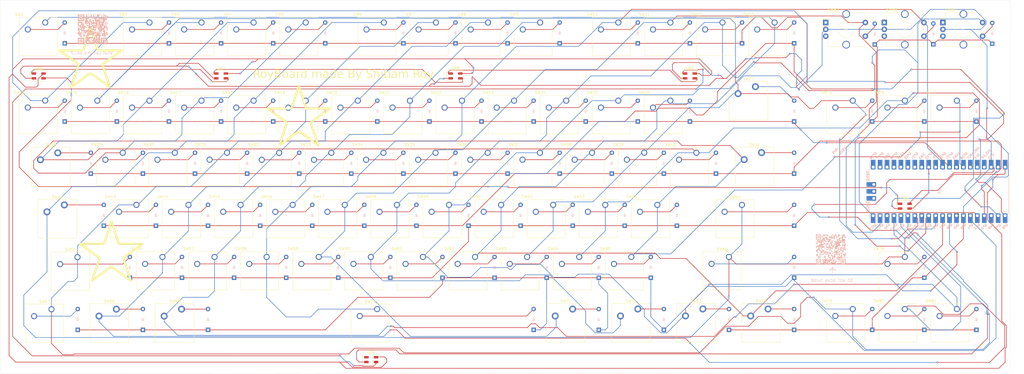
<source format=kicad_pcb>
(kicad_pcb (version 20241229) (generator "pcbnew") (generator_version "9.0")
  (layers (0 "F.Cu" signal) (2 "B.Cu" signal) (13 "F.Paste" user) (15 "B.Paste" user) (5 "F.SilkS" user "F.Silkscreen") (7 "B.SilkS" user "B.Silkscreen") (1 "F.Mask" user) (3 "B.Mask" user) (25 "Edge.Cuts" user))
  (net 0 "")
  (net 2 "Net-(D1-A)")
  (net 3 "Net-(D2-A)")
  (net 4 "Net-(D3-A)")
  (net 5 "Net-(D4-A)")
  (net 6 "Net-(D5-A)")
  (net 7 "Net-(D6-A)")
  (net 8 "Net-(D7-A)")
  (net 9 "Net-(D8-A)")
  (net 10 "Net-(D9-A)")
  (net 11 "Net-(D10-A)")
  (net 12 "Net-(D11-A)")
  (net 13 "Net-(D12-A)")
  (net 14 "row2")
  (net 15 "Net-(D13-A)")
  (net 16 "Net-(D14-A)")
  (net 17 "Net-(D15-A)")
  (net 18 "Net-(D16-A)")
  (net 19 "Net-(D17-A)")
  (net 20 "Net-(D18-A)")
  (net 21 "Net-(D19-A)")
  (net 22 "Net-(D20-A)")
  (net 23 "Net-(D21-A)")
  (net 24 "Net-(D22-A)")
  (net 25 "Net-(D23-A)")
  (net 26 "Net-(D24-A)")
  (net 27 "Net-(D25-A)")
  (net 28 "row3")
  (net 29 "Net-(D26-A)")
  (net 30 "Net-(D27-A)")
  (net 31 "Net-(D28-A)")
  (net 32 "Net-(D29-A)")
  (net 33 "Net-(D30-A)")
  (net 34 "Net-(D31-A)")
  (net 35 "Net-(D32-A)")
  (net 36 "Net-(D33-A)")
  (net 37 "Net-(D34-A)")
  (net 38 "Net-(D35-A)")
  (net 39 "Net-(D36-A)")
  (net 40 "Net-(D37-A)")
  (net 41 "row4")
  (net 42 "Net-(D38-A)")
  (net 43 "Net-(D39-A)")
  (net 44 "Net-(D40-A)")
  (net 45 "Net-(D41-A)")
  (net 46 "Net-(D42-A)")
  (net 47 "Net-(D43-A)")
  (net 48 "Net-(D44-A)")
  (net 49 "Net-(D45-A)")
  (net 50 "Net-(D46-A)")
  (net 51 "Net-(D47-A)")
  (net 52 "Net-(D48-A)")
  (net 53 "Net-(D49-A)")
  (net 54 "Net-(D50-A)")
  (net 55 "Net-(D51-A)")
  (net 56 "Net-(D52-A)")
  (net 57 "Net-(D53-A)")
  (net 58 "Net-(D54-A)")
  (net 59 "Net-(D55-A)")
  (net 60 "Net-(D56-A)")
  (net 61 "Net-(D57-A)")
  (net 62 "Net-(D58-A)")
  (net 63 "Net-(D59-A)")
  (net 64 "Net-(D60-A)")
  (net 65 "Net-(D61-A)")
  (net 66 "row6")
  (net 67 "Net-(D62-A)")
  (net 68 "Net-(D63-A)")
  (net 69 "Net-(D64-A)")
  (net 70 "Net-(D65-A)")
  (net 71 "Net-(D66-A)")
  (net 72 "Net-(D67-A)")
  (net 73 "Net-(D68-A)")
  (net 74 "Net-(D69-A)")
  (net 75 "Net-(D70-A)")
  (net 76 "Net-(D71-A)")
  (net 77 "Net-(D72-A)")
  (net 78 "Net-(D73-A)")
  (net 79 "row7")
  (net 80 "Net-(D74-A)")
  (net 81 "Net-(D75-A)")
  (net 82 "Net-(D76-A)")
  (net 83 "Net-(D77-A)")
  (net 84 "Net-(D78-A)")
  (net 85 "Net-(D79-A)")
  (net 86 "Net-(D80-A)")
  (net 87 "Net-(D81-A)")
  (net 88 "Net-(D82-A)")
  (net 89 "Net-(D83-A)")
  (net 90 "Net-(D84-A)")
  (net 91 "GND")
  (net 92 "Net-(D85-DOUT)")
  (net 93 "+5V")
  (net 94 "rgb")
  (net 95 "Net-(D86-DOUT)")
  (net 96 "Net-(D87-DOUT)")
  (net 97 "Net-(D88-DOUT)")
  (net 98 "Net-(D89-DOUT)")
  (net 99 "col1")
  (net 100 "col2")
  (net 101 "col3")
  (net 102 "col4")
  (net 103 "col9")
  (net 104 "col5")
  (net 105 "col6")
  (net 106 "col7")
  (net 107 "col8")
  (net 108 "col10")
  (net 109 "col11")
  (net 110 "col12")
  (net 111 "ec1_2")
  (net 112 "ec2_2")
  (net 113 "ec2_1")
  (net 114 "ec1_1")
  (net 115 "ec2_3")
  (net 116 "ec1_3")
  (net 120 "row1")
  (net 122 "enc2_2")
  (net 125 "enc2_1")
  (net 126 "enc1_3")
  (net 128 "enc2_3")
  (net 133 "row5")
  (net 134 "enc1_1")
  (net 136 "enc1_2")
  (footprint "LOGO" (layer "F.Cu") (at 143.115 74.27)
    (property "Reference" "G***" (hide yes))
    (property "Value" "LOGO" (hide yes))
  )
  (footprint "Button_Switch_Keyboard:SW_Cherry_MX_6.25u_PCB" (layer "F.Cu") (at 171.775 145.12)
    (property "Reference" "SW70")
    (property "Value" "SW_Push")
  )
  (footprint "royboard_footprints:SW_Cherry_MX_1.00u_PCB" (layer "F.Cu") (at 259.96 40.325)
    (property "Reference" "SW10")
    (property "Value" "SW_Push")
  )
  (footprint "PCM_Switch_Keyboard_Cherry_MX:SW_Cherry_MX_PCB_2.00u" (layer "F.Cu") (at 307.565 68.87)
    (property "Reference" "SW27")
    (property "Value" "SW_Push")
  )
  (footprint "royboard_footprints:SW_Cherry_MX_1.00u_PCB" (layer "F.Cu") (at 131.3725 126.05)
    (property "Reference" "SW58")
    (property "Value" "SW_Push")
  )
  (footprint "PCM_Switch_Keyboard_Cherry_MX:SW_Cherry_MX_PCB_1.25u" (layer "F.Cu") (at 288.3475 150.14)
    (property "Reference" "SW73")
    (property "Value" "SW_Push")
  )
  (footprint "royboard_footprints:LED_SK6812MINI_PLCC4_3.5x3.5mm_P1.75mm" (layer "F.Cu") (at 48.02875 59.85125)
    (property "Reference" "D86")
    (property "Value" "SK6812MINI")
  )
  (footprint "royboard_footprints:SW_Cherry_MX_1.00u_PCB" (layer "F.Cu") (at 112.3225 126.05)
    (property "Reference" "SW57")
    (property "Value" "SW_Push")
  )
  (footprint "royboard_footprints:SW_Cherry_MX_1.00u_PCB" (layer "F.Cu") (at 188.5225 126.05)
    (property "Reference" "SW61")
    (property "Value" "SW_Push")
  )
  (footprint "royboard_footprints:SW_Cherry_MX_1.00u_PCB" (layer "F.Cu") (at 274.2475 107)
    (property "Reference" "SW53")
    (property "Value" "SW_Push")
  )
  (footprint "LOGO" (layer "F.Cu") (at 74.605 123.78)
    (property "Reference" "G***" (hide yes))
    (property "Value" "LOGO" (hide yes))
  )
  (footprint "PCM_Switch_Keyboard_Cherry_MX:SW_Cherry_MX_PCB_1.50u" (layer "F.Cu") (at 309.805 92.995)
    (property "Reference" "SW41")
    (property "Value" "SW_Push")
  )
  (footprint "royboard_footprints:SW_Cherry_MX_1.00u_PCB" (layer "F.Cu") (at 364.735 145.1)
    (property "Reference" "SW80")
    (property "Value" "SW_Push")
  )
  (footprint "royboard_footprints:SW_Cherry_MX_1.00u_PCB" (layer "F.Cu") (at 364.735 126.05)
    (property "Reference" "SW78")
    (property "Value" "SW_Push")
  )
  (footprint "royboard_footprints:SW_Cherry_MX_1.00u_PCB" (layer "F.Cu") (at 83.7475 107)
    (property "Reference" "SW43")
    (property "Value" "SW_Push")
  )
  (footprint "royboard_footprints:SW_Cherry_MX_1.00u_PCB" (layer "F.Cu") (at 288.515 87.945)
    (property "Reference" "SW40")
    (property "Value" "SW_Push")
  )
  (footprint "royboard_footprints:SW_Cherry_MX_1.00u_PCB" (layer "F.Cu") (at 240.91 68.9)
    (property "Reference" "SW24")
    (property "Value" "SW_Push")
  )
  (footprint "royboard_footprints:SW_Cherry_MX_1.00u_PCB" (layer "F.Cu") (at 50.3875 68.87)
    (property "Reference" "SW14")
    (property "Value" "SW_Push")
  )
  (footprint "royboard_footprints:SW_Cherry_MX_1.00u_PCB" (layer "F.Cu") (at 140.8975 107)
    (property "Reference" "SW46")
    (property "Value" "SW_Push")
  )
  (footprint "royboard_footprints:SW_Cherry_MX_1.00u_PCB" (layer "F.Cu") (at 155.025 87.975)
    (property "Reference" "SW33")
    (property "Value" "SW_Push")
  )
  (footprint "royboard_footprints:SW_Cherry_MX_1.00u_PCB" (layer "F.Cu") (at 116.875 87.945)
    (property "Reference" "SW31")
    (property "Value" "SW_Push")
  )
  (footprint "Button_Switch_Keyboard:SW_Cherry_MX_2.25u_PCB" (layer "F.Cu") (at 305.175 107)
    (property "Reference" "SW54")
    (property "Value" "SW_Push")
  )
  (footprint "royboard_footprints:SW_Cherry_MX_1.00u_PCB" (layer "F.Cu") (at 97.795 87.965)
    (property "Reference" "SW30")
    (property "Value" "SW_Push")
  )
  (footprint "royboard_footprints:SW_Cherry_MX_1.00u_PCB" (layer "F.Cu") (at 145.655 68.925)
    (property "Reference" "SW19")
    (property "Value" "SW_Push")
  )
  (footprint "royboard_footprints:SW_Cherry_MX_1.00u_PCB" (layer "F.Cu") (at 159.9475 107)
    (property "Reference" "SW47")
    (property "Value" "SW_Push")
  )
  (footprint "royboard_footprints:RotaryEncoder_Alps_EC12E-Switch_Vertical_H20mm_CircularMountingHoles" (layer "F.Cu") (at 378.66625 40.325)
    (property "Reference" "SW84")
    (property "Value" "RotaryEncoder_Switch")
  )
  (footprint "royboard_footprints:SW_Cherry_MX_1.00u_PCB" (layer "F.Cu") (at 50.41 40.325)
    (property "Reference" "SW1")
    (property "Value" "SW_Push")
  )
  (footprint "royboard_footprints:SW_Cherry_MX_1.00u_PCB" (layer "F.Cu") (at 383.785 145.1)
    (property "Reference" "SW81")
    (property "Value" "SW_Push")
  )
  (footprint "royboard_footprints:SW_Cherry_MX_1.00u_PCB" (layer "F.Cu") (at 345.685 68.9)
    (property "Reference" "SW75")
    (property "Value" "SW_Push")
  )
  (footprint "royboard_footprints:LED_SK6812MINI_PLCC4_3.5x3.5mm_P1.75mm" (layer "F.Cu") (at 364.735 107.47625)
    (property "Reference" "D85")
    (property "Value" "SK6812MINI")
  )
  (footprint "royboard_footprints:SW_Cherry_MX_1.00u_PCB" (layer "F.Cu") (at 102.7975 107)
    (property "Reference" "SW44")
    (property "Value" "SW_Push")
  )
  (footprint "royboard_footprints:SW_Cherry_MX_1.00u_PCB" (layer "F.Cu") (at 259.96 68.9)
    (property "Reference" "SW25")
    (property "Value" "SW_Push")
  )
  (footprint "royboard_footprints:SW_Cherry_MX_1.00u_PCB" (layer "F.Cu") (at 107.56 40.325)
    (property "Reference" "SW3")
    (property "Value" "SW_Push")
  )
  (footprint "royboard_footprints:SW_Cherry_MX_1.00u_PCB" (layer "F.Cu") (at 193.135 87.965)
    (property "Reference" "SW35")
    (property "Value" "SW_Push")
  )
  (footprint "royboard_footprints:SW_Cherry_MX_1.00u_PCB" (layer "F.Cu") (at 93.2725 126.05)
    (property "Reference" "SW56")
    (property "Value" "SW_Push")
  )
  (footprint "Button_Switch_Keyboard:SW_Cherry_MX_1.25u_PCB" (layer "F.Cu") (at 52.695 145.17)
    (property "Reference" "SW67")
    (property "Value" "SW_Push")
  )
  (footprint "royboard_footprints:LED_SK6812MINI_PLCC4_3.5x3.5mm_P1.75mm" (layer "F.Cu") (at 169.615 163.59)
    (property "Reference" "D90")
    (property "Value" "SK6812MINI")
  )
  (footprint "royboard_footprints:SW_Cherry_MX_1.00u_PCB" (layer "F.Cu") (at 169.4725 126.05)
    (property "Reference" "SW60")
    (property "Value" "SW_Push")
  )
  (footprint "royboard_footprints:SW_Cherry_MX_1.00u_PCB" (layer "F.Cu") (at 193.285 40.325)
    (property "Reference" "SW7")
    (property "Value" "SW_Push")
  )
  (footprint "royboard_footprints:SW_Cherry_MX_1.00u_PCB" (layer "F.Cu") (at 88.51 40.325)
    (property "Reference" "SW2")
    (property "Value" "SW_Push")
  )
  (footprint "royboard_footprints:SW_Cherry_MX_1.00u_PCB" (layer "F.Cu") (at 383.785 68.9)
    (property "Reference" "SW77")
    (property "Value" "SW_Push")
  )
  (footprint "PCM_Switch_Keyboard_Cherry_MX:SW_Cherry_MX_PCB_1.25u" (layer "F.Cu") (at 264.5675 150.16)
    (property "Reference" "SW72")
    (property "Value" "SW_Push")
  )
  (footprint "PCM_Switch_Keyboard_Cherry_MX:SW_Cherry_MX_PCB_1.75u" (layer "F.Cu") (at 54.855 112.095)
    (property "Reference" "SW42")
    (property "Value" "SW_Push")
  )
  (footprint "royboard_footprints:SW_Cherry_MX_1.00u_PCB" (layer "F.Cu") (at 345.685 145.1)
    (property "Reference" "SW79")
    (property "Value" "SW_Push")
  )
  (footprint "royboard_footprints:SW_Cherry_MX_1.00u_PCB" (layer "F.Cu") (at 317.11 40.325)
    (property "Reference" "SW13")
    (property "Value" "SW_Push")
  )
  (footprint "PCM_Switch_Keyboard_Cherry_MX:SW_Cherry_MX_PCB_1.50u" (layer "F.Cu") (at 52.465 93.055)
    (property "Reference" "SW28")
    (property "Value" "SW_Push")
  )
  (footprint "LOGO" (layer "F.Cu") (at 66.955 53.03)
    (property "Reference" "G***" (hide yes))
    (property "Value" "LOGO" (hide yes))
  )
  (footprint "royboard_footprints:SW_Cherry_MX_1.00u_PCB" (layer "F.Cu") (at 231.385 40.325)
    (property "Reference" "SW9")
    (property "Value" "SW_Push")
  )
  (footprint "royboard_footprints:SW_Cherry_MX_1.00u_PCB" (layer "F.Cu") (at 126.61 68.9)
    (property "Reference" "SW18")
    (property "Value" "SW_Push")
  )
  (footprint "royboard_footprints:SW_Cherry_MX_1.00u_PCB" (layer "F.Cu") (at 298.06 40.325)
    (property "Reference" "SW12")
    (property "Value" "SW_Push")
  )
  (footprint "royboard_footprints:SW_Cherry_MX_1.00u_PCB" (layer "F.Cu") (at 217.0975 107)
    (property "Reference" "SW50")
    (property "Value" "SW_Push")
  )
  (footprint "royboard_footprints:SW_Cherry_MX_1.00u_PCB" (layer "F.Cu") (at 226.6225 126.05)
    (property "Reference" "SW63")
    (property "Value" "SW_Push")
  )
  (footprint "royboard_footprints:SW_Cherry_MX_1.00u_PCB" (layer "F.Cu") (at 150.4225 126.05)
    (property "Reference" "SW59")
    (property "Value" "SW_Push")
  )
  (footprint "royboard_footprints:SW_Cherry_MX_1.00u_PCB" (layer "F.Cu") (at 183.76 68.9)
    (property "Reference" "SW21")
    (property "Value" "SW_Push")
  )
  (footprint "royboard_footprints:LED_SK6812MINI_PLCC4_3.5x3.5mm_P1.75mm" (layer "F.Cu") (at 286.15375 59.85125)
    (property "Reference" "D89")
    (property "Value" "SK6812MINI")
  )
  (footprint "royboard_footprints:LED_SK6812MINI_PLCC4_3.5x3.5mm_P1.75mm" (layer "F.Cu") (at 200.42875 59.85125)
    (property "Reference" "D88")
    (property "Value" "SK6812MINI")
  )
  (footprint "royboard_footprints:SW_Cherry_MX_1.00u_PCB" (layer "F.Cu") (at 88.51 68.9)
    (property "Reference" "SW16")
    (property "Value" "SW_Push")
  )
  (footprint "royboard_footprints:SW_Cherry_MX_1.00u_PCB" (layer "F.Cu") (at 78.755 87.965)
    (property "Reference" "SW29")
    (property "Value" "SW_Push")
  )
  (footprint "PCM_Switch_Keyboard_Cherry_MX:SW_Cherry_MX_PCB_1.25u" (layer "F.Cu") (at 73.8775 150.22)
    (property "Reference" "SW68")
    (property "Value" "SW_Push")
  )
  (footprint "PCM_Switch_Keyboard_Cherry_MX:SW_Cherry_MX_PCB_1.25u" (layer "F.Cu") (at 312.1875 150.15)
    (property "Reference" "SW74")
    (property "Value" "SW_Push")
  )
  (footprint "royboard_footprints:SW_Cherry_MX_1.00u_PCB" (layer "F.Cu") (at 264.7225 126.05)
    (property "Reference" "SW65")
    (property "Value" "SW_Push")
  )
  (footprint "royboard_footprints:SW_Cherry_MX_1.00u_PCB" (layer "F.Cu") (at 198.0475 107)
    (property "Reference" "SW49")
    (property "Value" "SW_Push")
  )
  (footprint "royboard_footprints:SW_Cherry_MX_1.00u_PCB" (layer "F.Cu") (at 174.095 87.975)
    (property "Reference" "SW34")
    (property "Value" "SW_Push")
  )
  (footprint "royboard_footprints:SW_Cherry_MX_1.00u_PCB" (layer "F.Cu") (at 231.295 87.955)
    (property "Reference" "SW37")
    (property "Value" "SW_Push")
  )
  (footprint "royboard_footprints:SW_Cherry_MX_1.00u_PCB" (layer "F.Cu") (at 250.355 87.955)
    (property "Reference" "SW38")
    (property "Value" "SW_Push")
  )
  (footprint "royboard_footprints:SW_Cherry_MX_1.00u_PCB" (layer "F.Cu") (at 121.8475 107)
    (property "Reference" "SW45")
    (property "Value" "SW_Push")
  )
  (footprint "Button_Switch_Keyboard:SW_Cherry_MX_2.75u_PCB" (layer "F.Cu") (at 300.415 126.04)
    (property "Reference" "SW66")
    (property "Value" "SW_Push")
  )
  (footprint "royboard_footprints:SW_Cherry_MX_1.00u_PCB" (layer "F.Cu") (at 107.56 68.9)
    (property "Reference" "SW17")
    (property "Value" "SW_Push")
  )
  (footprint "royboard_footprints:SW_Cherry_MX_1.00u_PCB" (layer "F.Cu") (at 245.6725 126.05)
    (property "Reference" "SW64")
    (property "Value" "SW_Push")
  )
  (footprint "royboard_footprints:LED_SK6812MINI_PLCC4_3.5x3.5mm_P1.75mm" (layer "F.Cu") (at 114.70375 59.85125)
    (property "Reference" "D87")
    (property "Value" "SK6812MINI")
  )
  (footprint "royboard_footprints:RotaryEncoder_Alps_EC12E-Switch_Vertical_H20mm_CircularMountingHoles" (layer "F.Cu") (at 357.235 40.325)
    (property "Reference" "SW83")
    (property "Value" "RotaryEncoder_Switch")
  )
  (footprint "royboard_footprints:SW_Cherry_MX_1.00u_PCB" (layer "F.Cu") (at 174.235 40.325)
    (property "Reference" "SW6")
    (property "Value" "SW_Push")
  )
  (footprint "royboard_footprints:SW_Cherry_MX_1.00u_PCB" (layer "F.Cu") (at 69.46 68.9)
    (property "Reference" "SW15")
    (property "Value" "SW_Push")
  )
  (footprint "royboard_footprints:SW_Cherry_MX_1.00u_PCB" (layer "F.Cu") (at 279.01 68.9)
    (property "Reference" "SW26")
    (property "Value" "SW_Push")
  )
  (footprint "royboard_footprints:SW_Cherry_MX_1.00u_PCB" (layer "F.Cu") (at 212.335 40.325)
    (property "Reference" "SW8")
    (property "Value" "SW_Push")
  )
  (footprint "PCM_Switch_Keyboard_Cherry_MX:SW_Cherry_MX_PCB_1.25u" (layer "F.Cu") (at 97.7175 150.22)
    (property "Reference" "SW69")
    (property "Value" "SW_Push")
  )
  (footprint "royboard_footprints:SW_Cherry_MX_1.00u_PCB" (layer "F.Cu") (at 178.9975 107)
    (property "Reference" "SW48")
    (property "Value" "SW_Push")
  )
  (footprint "royboard_footprints:SW_Cherry_MX_1.00u_PCB" (layer "F.Cu") (at 269.445 87.945)
    (property "Reference" "SW39")
    (property "Value" "SW_Push")
  )
  (footprint "royboard_footprints:SW_Cherry_MX_1.00u_PCB" (layer "F.Cu") (at 126.61 40.325)
    (property "Reference" "SW4")
    (property "Value" "SW_Push")
  )
  (footprint "PCM_Switch_Keyboard_Cherry_MX:SW_Cherry_MX_PCB_1.25u" (layer "F.Cu") (at 240.7175 150.18)
    (property "Reference" "SW71")
    (property "Value" "SW_Push")
  )
  (footprint "royboard_footprints:SW_Cherry_MX_1.00u_PCB" (layer "F.Cu") (at 255.1975 107)
    (property "Reference" "SW52")
    (property "Value" "SW_Push")
  )
  (footprint "royboard_footprints:SW_Cherry_MX_1.00u_PCB" (layer "F.Cu") (at 221.86 68.9)
    (property "Reference" "SW23")
    (property "Value" "SW_Push")
  )
  (footprint "royboard_footprints:SW_Cherry_MX_1.00u_PCB" (layer "F.Cu") (at 364.735 68.9)
    (property "Reference" "SW76")
    (property "Value" "SW_Push")
  )
  (footprint "royboard_footprints:RotaryEncoder_Alps_EC12E-Switch_Vertical_H20mm_CircularMountingHoles" (layer "F.Cu") (at 335.80375 40.325)
    (property "Reference" "SW82")
    (property "Value" "RotaryEncoder_Switch")
  )
  (footprint "royboard_footprints:SW_Cherry_MX_1.00u_PCB" (layer "F.Cu") (at 202.81 68.9)
    (property "Reference" "SW22")
    (property "Value" "SW_Push")
  )
  (footprint "royboard_footprints:SW_Cherry_MX_1.00u_PCB" (layer "F.Cu") (at 207.5725 126.05)
    (property "Reference" "SW62")
    (property "Value" "SW_Push")
  )
  (footprint "royboard_footprints:SW_Cherry_MX_1.00u_PCB" (layer "F.Cu") (at 236.1475 107)
    (property "Reference" "SW51")
    (property "Value" "SW_Push")
  )
  (footprint "royboard_footprints:SW_Cherry_MX_1.00u_PCB" (layer "F.Cu") (at 164.71 68.9)
    (property "Reference" "SW20")
    (property "Value" "SW_Push")
  )
  (footprint "Button_Switch_Keyboard:SW_Cherry_MX_2.25u_PCB" (layer "F.Cu") (at 62.205 126.12)
    (property "Reference" "SW55")
    (property "Value" "SW_Push")
  )
  (footprint "royboard_footprints:SW_Cherry_MX_1.00u_PCB" (layer "F.Cu") (at 212.205 87.965)
    (property "Reference" "SW36")
    (property "Value" "SW_Push")
  )
  (footprint "royboard_footprints:SW_Cherry_MX_1.00u_PCB" (layer "F.Cu") (at 279.01 40.325)
    (property "Reference" "SW11")
    (property "Value" "SW_Push")
  )
  (footprint "royboard_footprints:SW_Cherry_MX_1.00u_PCB" (layer "F.Cu") (at 145.66 40.325)
    (property "Reference" "SW5")
    (property "Value" "SW_Push")
  )
  (footprint "royboard_footprints:SW_Cherry_MX_1.00u_PCB" (layer "F.Cu") (at 135.945 87.985)
    (property "Reference" "SW32")
    (property "Value" "SW_Push")
  )
  (footprint "royboard_footprints:Diode_DO-35" (layer "B.Cu") (at 281.39125 114.62 90)
    (property "Reference" "D53" (hide yes))
    (property "Value" "D" (hide yes))
  )
  (footprint "royboard_footprints:Diode_DO-35" (layer "B.Cu") (at 300.44125 152.72 90)
    (property "Reference" "D73" (hide yes))
    (property "Value" "D" (hide yes))
  )
  (footprint "royboard_footprints:Diode_DO-35" (layer "B.Cu") (at 95.65375 47.945 90)
    (property "Reference" "D2" (hide yes))
    (property "Value" "D" (hide yes))
  )
  (footprint "royboard_footprints:Diode_DO-35" (layer "B.Cu") (at 195.66625 133.67 90)
    (property "Reference" "D61" (hide yes))
    (property "Value" "D" (hide yes))
  )
  (footprint "royboard_footprints:Diode_DO-35" (layer "B.Cu") (at 76.60375 76.52 90)
    (property "Reference" "D15" (hide yes))
    (property "Value" "D" (hide yes))
  )
  (footprint "royboard_footprints:Diode_DO-35" (layer "B.Cu") (at 276.62875 95.57 90)
    (property "Reference" "D39" (hide yes))
    (property "Value" "D" (hide yes))
  )
  (footprint "royboard_footprints:Diode_DO-35" (layer "B.Cu") (at 390.92875 152.72 90)
    (property "Reference" "D81" (hide yes))
    (property "Value" "D" (hide yes))
  )
  (footprint "royboard_footprints:Diode_DO-35" (layer "B.Cu") (at 152.80375 47.945 90)
    (property "Reference" "D5" (hide yes))
    (property "Value" "D" (hide yes))
  )
  (footprint "royboard_footprints:Diode_DO-35" (layer "B.Cu") (at 109.94125 114.62 90)
    (property "Reference" "D44" (hide yes))
    (property "Value" "D" (hide yes))
  )
  (footprint "royboard_footprints:Diode_DO-35" (layer "B.Cu") (at 219.47875 47.945 90)
    (property "Reference" "D8" (hide yes))
    (property "Value" "D" (hide yes))
  )
  (footprint "royboard_footprints:Diode_DO-35" (layer "B.Cu") (at 190.90375 76.52 90)
    (property "Reference" "D21" (hide yes))
    (property "Value" "D" (hide yes))
  )
  (footprint "royboard_footprints:Diode_DO-35" (layer "B.Cu") (at 390.92875 76.52 90)
    (property "Reference" "D77" (hide yes))
    (property "Value" "D" (hide yes))
  )
  (footprint "royboard_footprints:Diode_DO-35" (layer "B.Cu") (at 57.55375 47.945 90)
    (property "Reference" "D1" (hide yes))
    (property "Value" "D" (hide yes))
  )
  (footprint "royboard_footprints:Diode_DO-35" (layer "B.Cu") (at 200.42875 95.57 90)
    (property "Reference" "D35" (hide yes))
    (property "Value" "D" (hide yes))
  )
  (footprint "LOGO" (layer "B.Cu") (at 67.755 42.82)
    (property "Reference" "G***" (hide yes))
    (property "Value" "LOGO" (hide yes))
  )
  (footprint "royboard_footprints:Diode_DO-35" (layer "B.Cu") (at 267.10375 47.945 90)
    (property "Reference" "D10" (hide yes))
    (property "Value" "D" (hide yes))
  )
  (footprint "royboard_footprints:Diode_DO-35" (layer "B.Cu") (at 324.25375 95.57 90)
    (property "Reference" "D41" (hide yes))
    (property "Value" "D" (hide yes))
  )
  (footprint "royboard_footprints:Diode_DO-35" (layer "B.Cu") (at 71.84125 114.62 90)
    (property "Reference" "D42" (hide yes))
    (property "Value" "D" (hide yes))
  )
  (footprint "royboard_footprints:Diode_DO-35" (layer "B.Cu") (at 229.00375 76.52 90)
    (property "Reference" "D23" (hide yes))
    (property "Value" "D" (hide yes))
  )
  (footprint "royboard_footprints:Diode_DO-35" (layer "B.Cu") (at 295.67875 95.57 90)
    (property "Reference" "D40" (hide yes))
    (property "Value" "D" (hide yes))
  )
  (footprint "royboard_footprints:Diode_DO-35" (layer "B.Cu") (at 138.51625 133.67 90)
    (property "Reference" "D58" (hide yes))
    (property "Value" "D" (hide yes))
  )
  (footprint "royboard_footprints:Diode_DO-35" (layer "B.Cu") (at 176.61625 133.67 90)
    (property "Reference" "D60" (hide yes))
    (property "Value" "D" (hide yes))
  )
  (footprint "royboard_footprints:Diode_DO-35" (layer "B.Cu") (at 262.34125 114.62 90)
    (property "Reference" "D52" (hide yes))
    (property "Value" "D" (hide yes))
  )
  (footprint "royboard_footprints:Diode_DO-35" (layer "B.Cu") (at 143.27875 95.57 90)
    (property "Reference" "D32" (hide yes))
    (property "Value" "D" (hide yes))
  )
  (footprint "royboard_footprints:Diode_DO-35" (layer "B.Cu") (at 324.25375 152.72 90)
    (property "Reference" "D74" (hide yes))
    (property "Value" "D" (hide yes))
  )
  (footprint "royboard_footprints:Diode_DO-35" (layer "B.Cu") (at 286.15375 76.52 90)
    (property "Reference" "D26" (hide yes))
    (property "Value" "D" (hide yes))
  )
  (footprint "royboard_footprints:Diode_DO-35" (layer "B.Cu") (at 252.81625 133.67 90)
    (property "Reference" "D64" (hide yes))
    (property "Value" "D" (hide yes))
  )
  (footprint "royboard_footprints:Diode_DO-35" (layer "B.Cu") (at 114.70375 76.52 90)
    (property "Reference" "D17" (hide yes))
    (property "Value" "D" (hide yes))
  )
  (footprint "royboard_footprints:Diode_DO-35" (layer "B.Cu") (at 181.37875 47.945 90)
    (property "Reference" "D6" (hide yes))
    (property "Value" "D" (hide yes))
  )
  (footprint "royboard_footprints:Diode_DO-35" (layer "B.Cu") (at 324.25375 76.52 90)
    (property "Reference" "D27" (hide yes))
    (property "Value" "D" (hide yes))
  )
  (footprint "royboard_footprints:Diode_DO-35" (layer "B.Cu") (at 214.71625 133.67 90)
    (property "Reference" "D62" (hide yes))
    (property "Value" "D" (hide yes))
  )
  (footprint "royboard_footprints:Diode_DO-35" (layer "B.Cu") (at 305.20375 47.945 90)
    (property "Reference" "D12" (hide yes))
    (property "Value" "D" (hide yes))
  )
  (footprint "royboard_footprints:Diode_DO-35" (layer "B.Cu") (at 396.685 48.1 90)
    (property "Reference" "D84" (hide yes))
    (property "Value" "D" (hide yes))
  )
  (footprint "royboard_footprints:Diode_DO-35" (layer "B.Cu") (at 171.85375 76.52 90)
    (property "Reference" "D20" (hide yes))
    (property "Value" "D" (hide yes))
  )
  (footprint "royboard_footprints:Diode_DO-35" (layer "B.Cu") (at 233.76625 133.67 90)
    (property "Reference" "D63" (hide yes))
    (property "Value" "D" (hide yes))
  )
  (footprint "royboard_footprints:Diode_DO-35" (layer "B.Cu") (at 257.57875 95.57 90)
    (property "Reference" "D38" (hide yes))
    (property "Value" "D" (hide yes))
  )
  (footprint "royboard_footprints:Diode_DO-35" (layer "B.Cu") (at 371.87875 133.67 90)
    (property "Reference" "D78" (hide yes))
    (property "Value" "D" (hide yes))
  )
  (footprint "royboard_footprints:Diode_DO-35" (layer "B.Cu") (at 62.31625 152.72 90)
    (property "Reference" "D67" (hide yes))
    (property "Value" "D" (hide yes))
  )
  (footprint "royboard_footprints:Diode_DO-35" (layer "B.Cu") (at 353.755 48.37 90)
    (property "Reference" "D83" (hide yes))
    (property "Value" "D" (hide yes))
  )
  (footprint "royboard_footprints:Diode_DO-35" (layer "B.Cu") (at 209.95375 76.52 90)
    (property "Reference" "D22" (hide yes))
    (property "Value" "D" (hide yes))
  )
  (footprint "royboard_footprints:Diode_DO-35" (layer "B.Cu") (at 152.80375 76.52 90)
    (property "Reference" "D19" (hide yes))
    (property "Value" "D" (hide yes))
  )
  (footprint "royboard_footprints:Diode_DO-35" (layer "B.Cu") (at 243.29125 114.62 90)
    (property "Reference" "D51" (hide yes))
    (property "Value" "D" (hide yes))
  )
  (footprint "royboard_footprints:Diode_DO-35" (layer "B.Cu") (at 371.87875 76.52 90)
    (property "Reference" "D76" (hide yes))
    (property "Value" "D" (hide yes))
  )
  (footprint "royboard_footprints:Diode_DO-35" (layer "B.Cu") (at 167.09125 114.62 90)
    (property "Reference" "D47" (hide yes))
    (property "Value" "D" (hide yes))
  )
  (footprint "royboard_footprints:Diode_DO-35" (layer "B.Cu") (at 162.32875 95.57 90)
    (property "Reference" "D33" (hide yes))
    (property "Value" "D" (hide yes))
  )
  (footprint "royboard_footprints:Diode_DO-35" (layer "B.Cu") (at 133.75375 76.52 90)
    (property "Reference" "D18" (hide yes))
    (property "Value" "D" (hide yes))
  )
  (footprint "LOGO" (layer "B.Cu") (at 337.675 123.26)
    (property "Reference" "G***" (hide yes))
    (property "Value" "LOGO" (hide yes))
  )
  (footprint "royboard_footprints:Diode_DO-35" (layer "B.Cu") (at 157.56625 133.67 90)
    (property "Reference" "D59" (hide yes))
    (property "Value" "D" (hide yes))
  )
  (footprint "royboard_footprints:Diode_DO-35" (layer "B.Cu") (at 81.36625 133.67 90)
    (property "Reference" "D55" (hide yes))
    (property "Value" "D" (hide yes))
  )
  (footprint "royboard_footprints:Diode_DO-35" (layer "B.Cu") (at 224.24125 114.62 90)
    (property "Reference" "D50" (hide yes))
    (property "Value" "D" (hide yes))
  )
  (footprint "royboard_footprints:Diode_DO-35" (layer "B.Cu") (at 205.19125 114.62 90)
    (property "Reference" "D49" (hide yes))
    (property "Value" "D" (hide yes))
  )
  (footprint "royboard_footprints:Diode_DO-35" (layer "B.Cu") (at 86.12875 152.72 90)
    (property "Reference" "D68" (hide yes))
    (property "Value" "D" (hide yes))
  )
  (footprint "royboard_footprints:Diode_DO-35" (layer "B.Cu") (at 200.42875 47.945 90)
    (property "Reference" "D7" (hide yes))
    (property "Value" "D" (hide yes))
  )
  (footprint "royboard_footprints:Diode_DO-35" (layer "B.Cu") (at 114.70375 47.945 90)
    (property "Reference" "D3" (hide yes))
    (property "Value" "D" (hide yes))
  )
  (footprint "royboard_footprints:Diode_DO-35" (layer "B.Cu") (at 252.81625 152.72 90)
    (property "Reference" "D71" (hide yes))
    (property "Value" "D" (hide yes))
  )
  (footprint "royboard_footprints:Diode_DO-35" (layer "B.Cu") (at 119.46625 133.67 90)
    (property "Reference" "D57" (hide yes))
    (property "Value" "D" (hide yes))
  )
  (footprint "royboard_footprints:Diode_DO-35" (layer "B.Cu") (at 352.82875 76.52 90)
    (property "Reference" "D75" (hide yes))
    (property "Value" "D" (hide yes))
  )
  (footprint "royboard_footprints:Diode_DO-35" (layer "B.Cu") (at 324.25375 114.62 90)
    (property "Reference" "D54" (hide yes))
    (property "Value" "D" (hide yes))
  )
  (footprint "royboard_footprints:Diode_DO-35" (layer "B.Cu") (at 238.52875 47.945 90)
    (property "Reference" "D9" (hide yes))
    (property "Value" "D" (hide yes))
  )
  (footprint "royboard_footprints:Diode_DO-35" (layer "B.Cu") (at 267.10375 76.52 90)
    (property "Reference" "D25" (hide yes))
    (property "Value" "D" (hide yes))
  )
  (footprint "royboard_footprints:Diode_DO-35" (layer "B.Cu") (at 286.15375 47.945 90)
    (property "Reference" "D11" (hide yes))
    (property "Value" "D" (hide yes))
  )
  (footprint "royboard_footprints:Diode_DO-35" (layer "B.Cu") (at 95.65375 76.52 90)
    (property "Reference" "D16" (hide yes))
    (property "Value" "D" (hide yes))
  )
  (footprint "royboard_footprints:Diode_DO-35" (layer "B.Cu") (at 148.04125 114.62 90)
    (property "Reference" "D46" (hide yes))
    (property "Value" "D" (hide yes))
  )
  (footprint "royboard_footprints:Diode_DO-35" (layer "B.Cu") (at 238.52875 95.57 90)
    (property "Reference" "D37" (hide yes))
    (property "Value" "D" (hide yes))
  )
  (footprint "royboard_footprints:Diode_DO-35" (layer "B.Cu") (at 271.86625 133.67 90)
    (property "Reference" "D65" (hide yes))
    (property "Value" "D" (hide yes))
  )
  (footprint "royboard_footprints:Diode_DO-35" (layer "B.Cu") (at 90.89125 114.62 90)
    (property "Reference" "D43" (hide yes))
    (property "Value" "D" (hide yes))
  )
  (footprint "royboard_footprints:Diode_DO-35" (layer "B.Cu") (at 324.25375 133.67 90)
    (property "Reference" "D66" (hide yes))
    (property "Value" "D" (hide yes))
  )
  (footprint "royboard_footprints:Diode_DO-35" (layer "B.Cu") (at 86.12875 95.57 90)
    (property "Reference" "D29" (hide yes))
    (property "Value" "D" (hide yes))
  )
  (footprint "royboard_footprints:Diode_DO-35" (layer "B.Cu") (at 57.55375 76.52 90)
    (property "Reference" "D14" (hide yes))
    (property "Value" "D" (hide yes))
  )
  (footprint "royboard_footprints:Diode_DO-35" (layer "B.Cu") (at 229.00375 152.72 90)
    (property "Reference" "D70" (hide yes))
    (property "Value" "D" (hide yes))
  )
  (footprint "royboard_footprints:Diode_DO-35" (layer "B.Cu") (at 124.22875 95.57 90)
    (property "Reference" "D31" (hide yes))
    (property "Value" "D" (hide yes))
  )
  (footprint "royboard_footprints:Diode_DO-35" (layer "B.Cu") (at 100.41625 133.67 90)
    (property "Reference" "D56" (hide yes))
    (property "Value" "D" (hide yes))
  )
  (footprint "royboard_footprints:Diode_DO-35" (layer "B.Cu") (at 375.175 48.31 90)
    (property "Reference" "D82" (hide yes))
    (property "Value" "D" (hide yes))
  )
  (footprint "royboard_footprints:Diode_DO-35" (layer "B.Cu") (at 109.94125 152.72 90)
    (property "Reference" "D69" (hide yes))
    (property "Value" "D" (hide yes))
  )
  (footprint "royboard_footprints:Diode_DO-35" (layer "B.Cu") (at 276.62875 152.72 90)
    (property "Reference" "D72" (hide yes))
    (property "Value" "D" (hide yes))
  )
  (footprint "royboard_footprints:Diode_DO-35" (layer "B.Cu") (at 128.99125 114.62 90)
    (property "Reference" "D45" (hide yes))
    (property "Value" "D" (hide yes))
  )
  (footprint "royboard_footprints:Diode_DO-35" (layer "B.Cu") (at 186.14125 114.62 90)
    (property "Reference" "D48" (hide yes))
    (property "Value" "D" (hide yes))
  )
  (footprint "royboard_footprints:Diode_DO-35" (layer "B.Cu") (at 219.47875 95.57 90)
    (property "Reference" "D36" (hide yes))
    (property "Value" "D" (hide yes))
  )
  (footprint "royboard_footprints:Diode_DO-35" (layer "B.Cu") (at 133.75375 47.945 90)
    (property "Reference" "D4" (hide yes))
    (property "Value" "D" (hide yes))
  )
  (footprint "royboard_footprints:Diode_DO-35" (layer "B.Cu") (at 67.07875 95.57 90)
    (property "Reference" "D28" (hide yes))
    (property "Value" "D" (hide yes))
  )
  (footprint "royboard_footprints:Diode_DO-35" (layer "B.Cu") (at 105.17875 95.57 90)
    (property "Reference" "D30" (hide yes))
    (property "Value" "D" (hide yes))
  )
  (footprint "royboard_footprints:Diode_DO-35" (layer "B.Cu") (at 324.25375 47.945 90)
    (property "Reference" "D13" (hide yes))
    (property "Value" "D" (hide yes))
  )
  (footprint "royboard_footprints:Diode_DO-35" (layer "B.Cu") (at 248.05375 76.52 90)
    (property "Reference" "D24" (hide yes))
    (property "Value" "D" (hide yes))
  )
  (footprint "royboard_footprints:RPi_Pico_SMD_TH" (layer "B.Cu") (at 377.27625 102.07875 90)
    (property "Reference" "U1")
    (property "Value" "Pico")
  )
  (footprint "royboard_footprints:Diode_DO-35" (layer "B.Cu") (at 181.37875 95.57 90)
    (property "Reference" "D34" (hide yes))
    (property "Value" "D" (hide yes))
  )
  (footprint "royboard_footprints:Diode_DO-35" (layer "B.Cu") (at 352.82875 152.72 90)
    (property "Reference" "D79" (hide yes))
    (property "Value" "D" (hide yes))
  )
  (footprint "royboard_footprints:Diode_DO-35" (layer "B.Cu") (at 371.87875 152.72 90)
    (property "Reference" "D80" (hide yes))
    (property "Value" "D" (hide yes))
  )
  (gr_line (start 338.285 133.3) (end 338.325 129.84) (stroke (width 0.1)) (layer "B.SilkS"))
  (gr_line (start 337.285 130.98) (end 338.325 129.84) (stroke (width 0.1)) (layer "B.SilkS"))
  (gr_line (start 338.335 130.49) (end 338.305 130.52) (stroke (width 0.1)) (layer "B.SilkS"))
  (gr_line (start 338.325 129.84) (end 339.565 131.05) (stroke (width 0.1)) (layer "B.SilkS"))
  (gr_line (start 338.325 129.84) (end 337.285 130.98) (stroke (width 0.1)) (layer "B.SilkS"))
  (gr_line (start 338.305 130.52) (end 338.335 130.49) (stroke (width 0.1)) (layer "B.SilkS"))
  (gr_line (start 339.565 131.05) (end 338.318006 130.445) (stroke (width 0.1)) (layer "B.SilkS"))
  (gr_line (start 337.285 130.98) (end 338.335 130.49) (stroke (width 0.1)) (layer "B.SilkS"))
  (gr_line (start 338.335 130.49) (end 338.335 131.19) (stroke (width 0.1)) (layer "B.SilkS"))
  (gr_arc (start 33.895 33.079999) (mid 34.161953 32.390621) (end 34.848829 32.117294) (stroke (width 0.05)) (layer "Edge.Cuts"))
  (gr_line (start 403.341953 167.500634) (end 403.398327 33.226876) (stroke (width 0.05)) (layer "Edge.Cuts"))
  (gr_arc (start 34.964378 168.746953) (mid 34.275 168.48) (end 34.001673 167.793124) (stroke (width 0.05)) (layer "Edge.Cuts"))
  (gr_arc (start 403.341953 167.500622) (mid 403.075 168.19) (end 402.388124 168.463327) (stroke (width 0.05)) (layer "Edge.Cuts"))
  (gr_line (start 34.964378 168.746952) (end 402.388124 168.463327) (stroke (width 0.05)) (layer "Edge.Cuts"))
  (gr_arc (start 402.435622 32.273047) (mid 403.125 32.54) (end 403.398327 33.226876) (stroke (width 0.05)) (layer "Edge.Cuts"))
  (gr_line (start 33.895001 33.08) (end 34.001673 167.793124) (stroke (width 0.05)) (layer "Edge.Cuts"))
  (gr_line (start 402.435634 32.273047) (end 34.848829 32.117282) (stroke (width 0.05)) (layer "Edge.Cuts"))
  (gr_text "RoyBoard made By Shibam Roy" (at 126.225 61.07 0) (layer "F.SilkS") (effects (font (size 3 3) (thickness 0.1)) (justify left bottom)))
  (gr_text "What can this be...?\n" (at 75.155 52.05 0) (layer "B.SilkS") (effects (font (size 1 1) (thickness 0.1)) (justify left bottom mirror)))
  (gr_text "DO NOT SCAN THIS!!" (at 345.885 135.31 0) (layer "B.SilkS") (effects (font (size 1 1) (thickness 0.1)) (justify left bottom mirror)))
  (segment (start 44.06 42.865) (end 55.01375 42.865) (width 0.2) (layer "F.Cu") (net 2))
  (segment (start 55.01375 42.865) (end 57.55375 40.325) (width 0.2) (layer "F.Cu") (net 2))
  (segment (start 82.16 42.865) (end 93.11375 42.865) (width 0.2) (layer "F.Cu") (net 3))
  (segment (start 93.11375 42.865) (end 95.65375 40.325) (width 0.2) (layer "F.Cu") (net 3))
  (segment (start 112.16375 42.865) (end 114.70375 40.325) (width 0.2) (layer "F.Cu") (net 4))
  (segment (start 101.21 42.865) (end 112.16375 42.865) (width 0.2) (layer "F.Cu") (net 4))
  (segment (start 131.21375 42.865) (end 133.75375 40.325) (width 0.2) (layer "F.Cu") (net 5))
  (segment (start 120.26 42.865) (end 131.21375 42.865) (width 0.2) (layer "F.Cu") (net 5))
  (segment (start 150.26375 42.865) (end 152.80375 40.325) (width 0.2) (layer "F.Cu") (net 6))
  (segment (start 139.31 42.865) (end 150.26375 42.865) (width 0.2) (layer "F.Cu") (net 6))
  (segment (start 167.885 42.865) (end 178.83875 42.865) (width 0.2) (layer "F.Cu") (net 7))
  (segment (start 178.83875 42.865) (end 181.37875 40.325) (width 0.2) (layer "F.Cu") (net 7))
  (segment (start 197.88875 42.865) (end 200.42875 40.325) (width 0.2) (layer "F.Cu") (net 8))
  (segment (start 186.935 42.865) (end 197.88875 42.865) (width 0.2) (layer "F.Cu") (net 8))
  (segment (start 205.985 42.865) (end 216.93875 42.865) (width 0.2) (layer "F.Cu") (net 9))
  (segment (start 216.93875 42.865) (end 219.47875 40.325) (width 0.2) (layer "F.Cu") (net 9))
  (segment (start 235.98875 42.865) (end 238.52875 40.325) (width 0.2) (layer "F.Cu") (net 10))
  (segment (start 225.035 42.865) (end 235.98875 42.865) (width 0.2) (layer "F.Cu") (net 10))
  (segment (start 264.56375 42.865) (end 267.10375 40.325) (width 0.2) (layer "F.Cu") (net 11))
  (segment (start 253.61 42.865) (end 264.56375 42.865) (width 0.2) (layer "F.Cu") (net 11))
  (segment (start 272.66 42.865) (end 283.61375 42.865) (width 0.2) (layer "F.Cu") (net 12))
  (segment (start 283.61375 42.865) (end 286.15375 40.325) (width 0.2) (layer "F.Cu") (net 12))
  (segment (start 291.71 42.865) (end 302.66375 42.865) (width 0.2) (layer "F.Cu") (net 13))
  (segment (start 302.66375 42.865) (end 305.20375 40.325) (width 0.2) (layer "F.Cu") (net 13))
  (segment (start 286.02525 71.629) (end 274.830314 71.629) (width 0.2) (layer "F.Cu") (net 14))
  (segment (start 324.25375 47.945) (end 324.25375 58.319943) (width 0.2) (layer "F.Cu") (net 14))
  (segment (start 401.005 73.72) (end 401.005 73.28) (width 0.2) (layer "F.Cu") (net 14))
  (segment (start 288.535 74.13875) (end 286.02525 71.629) (width 0.2) (layer "F.Cu") (net 14))
  (segment (start 266.147358 72.713892) (end 262.34125 76.52) (width 0.2) (layer "F.Cu") (net 14))
  (segment (start 386.775 101.79) (end 392.705 107.72) (width 0.2) (layer "F.Cu") (net 14))
  (segment (start 324.25375 58.319943) (end 330.547557 64.61375) (width 0.2) (layer "F.Cu") (net 14))
  (segment (start 386.775 101.66) (end 386.775 101.79) (width 0.2) (layer "F.Cu") (net 14))
  (segment (start 272.079686 72.841) (end 271.952578 72.713892) (width 0.2) (layer "F.Cu") (net 14))
  (segment (start 57.55375 76.52) (end 248.05375 76.52) (width 0.2) (layer "F.Cu") (net 14))
  (segment (start 330.547557 64.61375) (end 352.82875 64.61375) (width 0.2) (layer "F.Cu") (net 14))
  (segment (start 290.91625 74.13875) (end 288.535 74.13875) (width 0.2) (layer "F.Cu") (net 14))
  (segment (start 296.225 65.598807) (end 296.225 68.83) (width 0.2) (layer "F.Cu") (net 14))
  (segment (start 274.830314 71.629) (end 273.618314 72.841) (width 0.2) (layer "F.Cu") (net 14))
  (segment (start 313.878807 47.945) (end 296.225 65.598807) (width 0.2) (layer "F.Cu") (net 14))
  (segment (start 262.34125 76.52) (end 248.05375 76.52) (width 0.2) (layer "F.Cu") (net 14))
  (segment (start 273.618314 72.841) (end 272.079686 72.841) (width 0.2) (layer "F.Cu") (net 14))
  (segment (start 271.952578 72.713892) (end 266.147358 72.713892) (width 0.2) (layer "F.Cu") (net 14))
  (segment (start 296.225 68.83) (end 290.91625 74.13875) (width 0.2) (layer "F.Cu") (net 14))
  (segment (start 324.25375 47.945) (end 313.878807 47.945) (width 0.2) (layer "F.Cu") (net 14))
  (segment (start 385.195 57.47) (end 367.11625 57.47) (width 0.2) (layer "F.Cu") (net 14))
  (segment (start 401.005 73.28) (end 385.195 57.47) (width 0.2) (layer "F.Cu") (net 14))
  (via (at 367.11625 57.47) (size 0.6) (drill 0.3) (layers "F.Cu" "B.Cu") (net 14))
  (via (at 392.705 107.72) (size 0.6) (drill 0.3) (layers "F.Cu" "B.Cu") (net 14))
  (via (at 352.82875 64.61375) (size 0.6) (drill 0.3) (layers "F.Cu" "B.Cu") (net 14))
  (via (at 386.775 101.66) (size 0.6) (drill 0.3) (layers "F.Cu" "B.Cu") (net 14))
  (via (at 401.005 73.72) (size 0.6) (drill 0.3) (layers "F.Cu" "B.Cu") (net 14))
  (segment (start 392.705 107.72) (end 395.6175 107.72) (width 0.2) (layer "B.Cu") (net 14))
  (segment (start 399.425 75.3) (end 389.94675 75.3) (width 0.2) (layer "B.Cu") (net 14))
  (segment (start 389.94675 75.3) (end 389.785 75.46175) (width 0.2) (layer "B.Cu") (net 14))
  (segment (start 389.785 75.46175) (end 389.785 90.1655) (width 0.2) (layer "B.Cu") (net 14))
  (segment (start 401.005 73.72) (end 399.425 75.3) (width 0.2) (layer "B.Cu") (net 14))
  (segment (start 352.82875 64.61375) (end 359.9725 64.61375) (width 0.2) (layer "B.Cu") (net 14))
  (segment (start 389.85725 90.23775) (end 389.85725 97.15775) (width 0.2) (layer "B.Cu") (net 14))
  (segment (start 389.85725 97.15775) (end 386.775 100.24) (width 0.2) (layer "B.Cu") (net 14))
  (segment (start 386.775 100.24) (end 386.775 101.66) (width 0.2) (layer "B.Cu") (net 14))
  (segment (start 389.785 90.1655) (end 389.85725 90.23775) (width 0.2) (layer "B.Cu") (net 14))
  (segment (start 395.6175 107.72) (end 398.86625 110.96875) (width 0.2) (layer "B.Cu") (net 14))
  (segment (start 359.9725 64.61375) (end 367.11625 57.47) (width 0.2) (layer "B.Cu") (net 14))
  (segment (start 310.76 42.865) (end 321.71375 42.865) (width 0.2) (layer "F.Cu") (net 15))
  (segment (start 321.71375 42.865) (end 324.25375 40.325) (width 0.2) (layer "F.Cu") (net 15))
  (segment (start 44.0375 71.41) (end 55.04375 71.41) (width 0.2) (layer "F.Cu") (net 16))
  (segment (start 55.04375 71.41) (end 57.55375 68.9) (width 0.2) (layer "F.Cu") (net 16))
  (segment (start 63.11 71.44) (end 74.06375 71.44) (width 0.2) (layer "F.Cu") (net 17))
  (segment (start 74.06375 71.44) (end 76.60375 68.9) (width 0.2) (layer "F.Cu") (net 17))
  (segment (start 82.16 71.44) (end 93.11375 71.44) (width 0.2) (layer "F.Cu") (net 18))
  (segment (start 93.11375 71.44) (end 95.65375 68.9) (width 0.2) (layer "F.Cu") (net 18))
  (segment (start 112.16375 71.44) (end 114.70375 68.9) (width 0.2) (layer "F.Cu") (net 19))
  (segment (start 101.21 71.44) (end 112.16375 71.44) (width 0.2) (layer "F.Cu") (net 19))
  (segment (start 120.26 71.44) (end 131.21375 71.44) (width 0.2) (layer "F.Cu") (net 20))
  (segment (start 131.21375 71.44) (end 133.75375 68.9) (width 0.2) (layer "F.Cu") (net 20))
  (segment (start 139.305 71.465) (end 150.23875 71.465) (width 0.2) (layer "F.Cu") (net 21))
  (segment (start 150.23875 71.465) (end 152.80375 68.9) (width 0.2) (layer "F.Cu") (net 21))
  (segment (start 158.36 71.44) (end 169.31375 71.44) (width 0.2) (layer "F.Cu") (net 22))
  (segment (start 169.31375 71.44) (end 171.85375 68.9) (width 0.2) (layer "F.Cu") (net 22))
  (segment (start 177.41 71.44) (end 188.36375 71.44) (width 0.2) (layer "F.Cu") (net 23))
  (segment (start 188.36375 71.44) (end 190.90375 68.9) (width 0.2) (layer "F.Cu") (net 23))
  (segment (start 207.41375 71.44) (end 209.95375 68.9) (width 0.2) (layer "F.Cu") (net 24))
  (segment (start 196.46 71.44) (end 207.41375 71.44) (width 0.2) (layer "F.Cu") (net 24))
  (segment (start 215.51 71.44) (end 226.46375 71.44) (width 0.2) (layer "F.Cu") (net 25))
  (segment (start 226.46375 71.44) (end 229.00375 68.9) (width 0.2) (layer "F.Cu") (net 25))
  (segment (start 234.56 71.44) (end 245.51375 71.44) (width 0.2) (layer "F.Cu") (net 26))
  (segment (start 245.51375 71.44) (end 248.05375 68.9) (width 0.2) (layer "F.Cu") (net 26))
  (segment (start 264.56375 71.44) (end 267.10375 68.9) (width 0.2) (layer "F.Cu") (net 27))
  (segment (start 253.61 71.44) (end 264.56375 71.44) (width 0.2) (layer "F.Cu") (net 27))
  (segment (start 267.10375 76.52) (end 324.25375 76.52) (width 0.2) (layer "F.Cu") (net 28))
  (segment (start 324.25375 77.12) (end 324.25375 76.52) (width 0.2) (layer "F.Cu") (net 28))
  (segment (start 326.635 79.50125) (end 324.25375 77.12) (width 0.2) (layer "F.Cu") (net 28))
  (segment (start 372.16125 84.26375) (end 336.16 84.26375) (width 0.2) (layer "F.Cu") (net 28))
  (segment (start 381.08625 93.18875) (end 372.16125 84.26375) (width 0.2) (layer "F.Cu") (net 28))
  (segment (start 67.07875 95.57) (end 219.47875 95.57) (width 0.2) (layer "F.Cu") (net 28))
  (via (at 336.16 84.26375) (size 0.6) (drill 0.3) (layers "F.Cu" "B.Cu") (net 28))
  (via (at 326.635 79.50125) (size 0.6) (drill 0.3) (layers "F.Cu" "B.Cu") (net 28))
  (segment (start 219.47875 95.57) (end 233.76625 95.57) (width 0.2) (layer "B.Cu") (net 28))
  (segment (start 233.76625 95.57) (end 252.81625 76.52) (width 0.2) (layer "B.Cu") (net 28))
  (segment (start 331.3975 84.26375) (end 326.635 79.50125) (width 0.2) (layer "B.Cu") (net 28))
  (segment (start 336.16 84.26375) (end 331.3975 84.26375) (width 0.2) (layer "B.Cu") (net 28))
  (segment (start 252.81625 76.52) (end 267.10375 76.52) (width 0.2) (layer "B.Cu") (net 28))
  (segment (start 284.713749 70.340001) (end 286.15375 68.9) (width 0.2) (layer "F.Cu") (net 29))
  (segment (start 273.759999 70.340001) (end 284.713749 70.340001) (width 0.2) (layer "F.Cu") (net 29))
  (segment (start 272.66 71.44) (end 273.759999 70.340001) (width 0.2) (layer "F.Cu") (net 29))
  (segment (start 319.14375 63.79) (end 324.25375 68.9) (width 0.2) (layer "B.Cu") (net 30))
  (segment (start 310.105 63.79) (end 319.14375 63.79) (width 0.2) (layer "B.Cu") (net 30))
  (segment (start 55.005 87.975) (end 67.05375 87.975) (width 0.2) (layer "F.Cu") (net 31))
  (segment (start 67.05375 87.975) (end 67.07875 87.95) (width 0.2) (layer "F.Cu") (net 31))
  (segment (start 83.57375 90.505) (end 86.12875 87.95) (width 0.2) (layer "F.Cu") (net 32))
  (segment (start 72.405 90.505) (end 83.57375 90.505) (width 0.2) (layer "F.Cu") (net 32))
  (segment (start 91.445 90.505) (end 102.62375 90.505) (width 0.2) (layer "F.Cu") (net 33))
  (segment (start 102.62375 90.505) (end 105.17875 87.95) (width 0.2) (layer "F.Cu") (net 33))
  (segment (start 110.525 90.485) (end 121.69375 90.485) (width 0.2) (layer "F.Cu") (net 34))
  (segment (start 121.69375 90.485) (end 124.22875 87.95) (width 0.2) (layer "F.Cu") (net 34))
  (segment (start 129.595 90.525) (end 140.70375 90.525) (width 0.2) (layer "F.Cu") (net 35))
  (segment (start 140.70375 90.525) (end 143.27875 87.95) (width 0.2) (layer "F.Cu") (net 35))
  (segment (start 148.675 90.515) (end 159.76375 90.515) (width 0.2) (layer "F.Cu") (net 36))
  (segment (start 159.76375 90.515) (end 162.32875 87.95) (width 0.2) (layer "F.Cu") (net 36))
  (segment (start 178.81375 90.515) (end 181.37875 87.95) (width 0.2) (layer "F.Cu") (net 37))
  (segment (start 167.745 90.515) (end 178.81375 90.515) (width 0.2) (layer "F.Cu") (net 37))
  (segment (start 186.785 90.505) (end 197.87375 90.505) (width 0.2) (layer "F.Cu") (net 38))
  (segment (start 197.87375 90.505) (end 200.42875 87.95) (width 0.2) (layer "F.Cu") (net 38))
  (segment (start 205.855 90.505) (end 216.92375 90.505) (width 0.2) (layer "F.Cu") (net 39))
  (segment (start 216.92375 90.505) (end 219.47875 87.95) (width 0.2) (layer "F.Cu") (net 39))
  (segment (start 235.98375 90.495) (end 238.52875 87.95) (width 0.2) (layer "F.Cu") (net 40))
  (segment (start 224.945 90.495) (end 235.98375 90.495) (width 0.2) (layer "F.Cu") (net 40))
  (segment (start 400.01725 84.94225) (end 400.01725 93.66551) (width 0.2) (layer "F.Cu") (net 41))
  (segment (start 324.25375 93.18875) (end 324.25375 95.57) (width 0.2) (layer "F.Cu") (net 41))
  (segment (start 202.98925 114.62) (end 222.03925 95.57) (width 0.2) (layer "F.Cu") (net 41))
  (segment (start 222.03925 95.57) (end 238.52875 95.57) (width 0.2) (layer "F.Cu") (net 41))
  (segment (start 392.855 100) (end 392.855 101.30625) (width 0.2) (layer "F.Cu") (net 41))
  (segment (start 333.77875 83.66375) (end 324.25375 93.18875) (width 0.2) (layer "F.Cu") (net 41))
  (segment (start 398.69276 94.99) (end 398.085 94.99) (width 0.2) (layer "F.Cu") (net 41))
  (segment (start 238.52875 95.57) (end 324.25375 95.57) (width 0.2) (layer "F.Cu") (net 41))
  (segment (start 186.14125 114.62) (end 202.98925 114.62) (width 0.2) (layer "F.Cu") (net 41))
  (segment (start 400.01725 93.66551) (end 398.69276 94.99) (width 0.2) (layer "F.Cu") (net 41))
  (segment (start 398.73875 83.66375) (end 333.77875 83.66375) (width 0.2) (layer "F.Cu") (net 41))
  (segment (start 393.78625 110.96875) (end 393.78625 102.2375) (width 0.2) (layer "F.Cu") (net 41))
  (segment (start 392.855 101.30625) (end 393.78625 102.2375) (width 0.2) (layer "F.Cu") (net 41))
  (segment (start 398.73875 83.66375) (end 400.01725 84.94225) (width 0.2) (layer "F.Cu") (net 41))
  (segment (start 71.84125 114.62) (end 186.14125 114.62) (width 0.2) (layer "F.Cu") (net 41))
  (via (at 392.855 100) (size 0.6) (drill 0.3) (layers "F.Cu" "B.Cu") (net 41))
  (via (at 398.085 94.99) (size 0.6) (drill 0.3) (layers "F.Cu" "B.Cu") (net 41))
  (segment (start 398.085 94.99) (end 393.075 100) (width 0.2) (layer "B.Cu") (net 41))
  (segment (start 393.075 100) (end 392.855 100) (width 0.2) (layer "B.Cu") (net 41))
  (segment (start 255.03375 90.495) (end 257.57875 87.95) (width 0.2) (layer "F.Cu") (net 42))
  (segment (start 244.005 90.495) (end 255.03375 90.495) (width 0.2) (layer "F.Cu") (net 42))
  (segment (start 274.09375 90.485) (end 276.62875 87.95) (width 0.2) (layer "F.Cu") (net 43))
  (segment (start 263.095 90.485) (end 274.09375 90.485) (width 0.2) (layer "F.Cu") (net 43))
  (segment (start 282.165 90.485) (end 293.14375 90.485) (width 0.2) (layer "F.Cu") (net 44))
  (segment (start 293.14375 90.485) (end 295.67875 87.95) (width 0.2) (layer "F.Cu") (net 44))
  (segment (start 324.21875 87.915) (end 324.25375 87.95) (width 0.2) (layer "F.Cu") (net 45))
  (segment (start 312.345 87.915) (end 324.21875 87.915) (width 0.2) (layer "F.Cu") (net 45))
  (segment (start 57.395 107.015) (end 71.82625 107.015) (width 0.2) (layer "F.Cu") (net 46))
  (segment (start 71.82625 107.015) (end 71.84125 107) (width 0.2) (layer "F.Cu") (net 46))
  (segment (start 77.3975 109.54) (end 88.35125 109.54) (width 0.2) (layer "F.Cu") (net 47))
  (segment (start 88.35125 109.54) (end 90.89125 107) (width 0.2) (layer "F.Cu") (net 47))
  (segment (start 107.40125 109.54) (end 109.94125 107) (width 0.2) (layer "F.Cu") (net 48))
  (segment (start 96.4475 109.54) (end 107.40125 109.54) (width 0.2) (layer "F.Cu") (net 48))
  (segment (start 115.4975 109.54) (end 126.45125 109.54) (width 0.2) (layer "F.Cu") (net 49))
  (segment (start 126.45125 109.54) (end 128.99125 107) (width 0.2) (layer "F.Cu") (net 49))
  (segment (start 145.50125 109.54) (end 148.04125 107) (width 0.2) (layer "F.Cu") (net 50))
  (segment (start 134.5475 109.54) (end 145.50125 109.54) (width 0.2) (layer "F.Cu") (net 50))
  (segment (start 153.5975 109.54) (end 164.55125 109.54) (width 0.2) (layer "F.Cu") (net 51))
  (segment (start 164.55125 109.54) (end 167.09125 107) (width 0.2) (layer "F.Cu") (net 51))
  (segment (start 172.6475 109.54) (end 183.60125 109.54) (width 0.2) (layer "F.Cu") (net 52))
  (segment (start 183.60125 109.54) (end 186.14125 107) (width 0.2) (layer "F.Cu") (net 52))
  (segment (start 191.6975 109.54) (end 202.65125 109.54) (width 0.2) (layer "F.Cu") (net 53))
  (segment (start 202.65125 109.54) (end 205.19125 107) (width 0.2) (layer "F.Cu") (net 53))
  (segment (start 210.7475 109.54) (end 221.70125 109.54) (width 0.2) (layer "F.Cu") (net 54))
  (segment (start 221.70125 109.54) (end 224.24125 107) (width 0.2) (layer "F.Cu") (net 54))
  (segment (start 229.7975 109.54) (end 240.75125 109.54) (width 0.2) (layer "F.Cu") (net 55))
  (segment (start 240.75125 109.54) (end 243.29125 107) (width 0.2) (layer "F.Cu") (net 55))
  (segment (start 248.8475 109.54) (end 259.80125 109.54) (width 0.2) (layer "F.Cu") (net 56))
  (segment (start 259.80125 109.54) (end 262.34125 107) (width 0.2) (layer "F.Cu") (net 56))
  (segment (start 267.8975 109.54) (end 278.85125 109.54) (width 0.2) (layer "F.Cu") (net 57))
  (segment (start 278.85125 109.54) (end 281.39125 107) (width 0.2) (layer "F.Cu") (net 57))
  (segment (start 321.71375 109.54) (end 324.25375 107) (width 0.2) (layer "F.Cu") (net 58))
  (segment (start 298.825 109.54) (end 321.71375 109.54) (width 0.2) (layer "F.Cu") (net 58))
  (segment (start 324.24875 107.005) (end 324.25375 107) (width 0.2) (layer "F.Cu") (net 58))
  (segment (start 55.855 128.66) (end 78.75625 128.66) (width 0.2) (layer "F.Cu") (net 59))
  (segment (start 78.75625 128.66) (end 81.36625 126.05) (width 0.2) (layer "F.Cu") (net 59))
  (segment (start 86.9225 128.59) (end 97.87625 128.59) (width 0.2) (layer "F.Cu") (net 60))
  (segment (start 97.87625 128.59) (end 100.41625 126.05) (width 0.2) (layer "F.Cu") (net 60))
  (segment (start 105.9725 128.59) (end 116.92625 128.59) (width 0.2) (layer "F.Cu") (net 61))
  (segment (start 116.92625 128.59) (end 119.46625 126.05) (width 0.2) (layer "F.Cu") (net 61))
  (segment (start 135.97625 128.59) (end 138.51625 126.05) (width 0.2) (layer "F.Cu") (net 62))
  (segment (start 125.0225 128.59) (end 135.97625 128.59) (width 0.2) (layer "F.Cu") (net 62))
  (segment (start 155.02625 128.59) (end 157.56625 126.05) (width 0.2) (layer "F.Cu") (net 63))
  (segment (start 144.0725 128.59) (end 155.02625 128.59) (width 0.2) (layer "F.Cu") (net 63))
  (segment (start 163.1225 128.59) (end 174.07625 128.59) (width 0.2) (layer "F.Cu") (net 64))
  (segment (start 174.07625 128.59) (end 176.61625 126.05) (width 0.2) (layer "F.Cu") (net 64))
  (segment (start 193.12625 128.59) (end 195.66625 126.05) (width 0.2) (layer "F.Cu") (net 65))
  (segment (start 182.1725 128.59) (end 193.12625 128.59) (width 0.2) (layer "F.Cu") (net 65))
  (segment (start 195.66625 136.05125) (end 195.66625 133.67) (width 0.2) (layer "F.Cu") (net 66))
  (segment (start 190.90375 140.81375) (end 195.66625 136.05125) (width 0.2) (layer "F.Cu") (net 66))
  (segment (start 62.31625 152.72) (end 152.80375 152.72) (width 0.2) (layer "F.Cu") (net 66))
  (segment (start 195.66625 133.67) (end 271.86625 133.67) (width 0.2) (layer "F.Cu") (net 66))
  (segment (start 152.80375 152.72) (end 164.71 140.81375) (width 0.2) (layer "F.Cu") (net 66))
  (segment (start 164.71 140.81375) (end 190.90375 140.81375) (width 0.2) (layer "F.Cu") (net 66))
  (segment (start 229.00375 152.72) (end 231.385 152.72) (width 0.2) (layer "B.Cu") (net 66))
  (segment (start 349.904934 160.26475) (end 393.4761 160.26475) (width 0.2) (layer "B.Cu") (net 66))
  (segment (start 292.49875 136.85) (end 321.07375 136.85) (width 0.2) (layer "B.Cu") (net 66))
  (segment (start 393.4761 160.26475) (end 398.0725 155.66835) (width 0.2) (layer "B.Cu") (net 66))
  (segment (start 324.25375 133.67) (end 324.25375 134.613566) (width 0.2) (layer "B.Cu") (net 66))
  (segment (start 233.76625 150.33875) (end 233.76625 133.67) (width 0.2) (layer "B.Cu") (net 66))
  (segment (start 252.81625 136.05125) (end 252.81625 133.67) (width 0.2) (layer "B.Cu") (net 66))
  (segment (start 252.81625 152.72) (end 255.1975 152.72) (width 0.2) (layer "B.Cu") (net 66))
  (segment (start 398.0725 121.897) (end 388.70625 112.53075) (width 0.2) (layer "B.Cu") (net 66))
  (segment (start 231.385 152.72) (end 233.76625 150.33875) (width 0.2) (layer "B.Cu") (net 66))
  (segment (start 388.70625 112.53075) (end 388.70625 110.96875) (width 0.2) (layer "B.Cu") (net 66))
  (segment (start 321.07375 136.85) (end 324.25375 133.67) (width 0.2) (layer "B.Cu") (net 66))
  (segment (start 271.86625 133.67) (end 271.86625 147.9575) (width 0.2) (layer "B.Cu") (net 66))
  (segment (start 276.62875 152.72) (end 292.49875 136.85) (width 0.2) (layer "B.Cu") (net 66))
  (segment (start 324.25375 134.613566) (end 349.904934 160.26475) (width 0.2) (layer "B.Cu") (net 66))
  (segment (start 256.085 139.32) (end 252.81625 136.05125) (width 0.2) (layer "B.Cu") (net 66))
  (segment (start 255.1975 152.72) (end 256.085 151.8325) (width 0.2) (layer "B.Cu") (net 66))
  (segment (start 256.085 151.8325) (end 256.085 139.32) (width 0.2) (layer "B.Cu") (net 66))
  (segment (start 398.0725 155.66835) (end 398.0725 121.897) (width 0.2) (layer "B.Cu") (net 66))
  (segment (start 271.86625 147.9575) (end 276.62875 152.72) (width 0.2) (layer "B.Cu") (net 66))
  (segment (start 201.2225 128.59) (end 212.17625 128.59) (width 0.2) (layer "F.Cu") (net 67))
  (segment (start 212.17625 128.59) (end 214.71625 126.05) (width 0.2) (layer "F.Cu") (net 67))
  (segment (start 231.22625 128.59) (end 233.76625 126.05) (width 0.2) (layer "F.Cu") (net 68))
  (segment (start 220.2725 128.59) (end 231.22625 128.59) (width 0.2) (layer "F.Cu") (net 68))
  (segment (start 250.27625 128.59) (end 252.81625 126.05) (width 0.2) (layer "F.Cu") (net 69))
  (segment (start 239.3225 128.59) (end 250.27625 128.59) (width 0.2) (layer "F.Cu") (net 69))
  (segment (start 258.3725 128.59) (end 269.32625 128.59) (width 0.2) (layer "F.Cu") (net 70))
  (segment (start 269.32625 128.59) (end 271.86625 126.05) (width 0.2) (layer "F.Cu") (net 70))
  (segment (start 324.23375 126.07) (end 324.25375 126.05) (width 0.2) (layer "F.Cu") (net 71))
  (segment (start 294.065 128.58) (end 321.72375 128.58) (width 0.2) (layer "B.Cu") (net 71))
  (segment (start 321.72375 128.58) (end 324.25375 126.05) (width 0.2) (layer "B.Cu") (net 71))
  (segment (start 62.26625 145.15) (end 62.31625 145.1) (width 0.2) (layer "F.Cu") (net 72))
  (segment (start 46.345 147.71) (end 59.70625 147.71) (width 0.2) (layer "B.Cu") (net 72))
  (segment (start 59.70625 147.71) (end 62.31625 145.1) (width 0.2) (layer "B.Cu") (net 72))
  (segment (start 86.08875 145.14) (end 86.12875 145.1) (width 0.2) (layer "F.Cu") (net 73))
  (segment (start 76.4175 145.14) (end 86.08875 145.14) (width 0.2) (layer "F.Cu") (net 73))
  (segment (start 100.2575 145.14) (end 109.90125 145.14) (width 0.2) (layer "F.Cu") (net 74))
  (segment (start 109.90125 145.14) (end 109.94125 145.1) (width 0.2) (layer "F.Cu") (net 74))
  (segment (start 165.425 147.66) (end 226.44375 147.66) (width 0.2) (layer "F.Cu") (net 75))
  (segment (start 226.44375 147.66) (end 229.00375 145.1) (width 0.2) (layer "F.Cu") (net 75))
  (segment (start 243.2575 145.1) (end 252.81625 145.1) (width 0.2) (layer "F.Cu") (net 76))
  (segment (start 276.60875 145.08) (end 276.62875 145.1) (width 0.2) (layer "F.Cu") (net 77))
  (segment (start 267.1075 145.08) (end 276.60875 145.08) (width 0.2) (layer "F.Cu") (net 77))
  (segment (start 300.40125 145.06) (end 300.44125 145.1) (width 0.2) (layer "F.Cu") (net 78))
  (segment (start 290.8875 145.06) (end 300.40125 145.06) (width 0.2) (layer "F.Cu") (net 78))
  (segment (start 354.695 74.65375) (end 354.695 49.31) (width 0.2) (layer "F.Cu") (net 79))
  (segment (start 395.309 46.724) (end 396.685 48.1) (width 0.2) (layer "F.Cu") (net 79))
  (segment (start 355.401 46.724) (end 373.589 46.724) (width 0.2) (layer "F.Cu") (net 79))
  (segment (start 354.695 49.31) (end 353.755 48.37) (width 0.2) (layer "F.Cu") (net 79))
  (segment (start 386.16625 119.3825) (end 386.16625 110.96875) (width 0.2) (layer "F.Cu") (net 79))
  (segment (start 373.589 46.724) (end 375.175 48.31) (width 0.2) (layer "F.Cu") (net 79))
  (segment (start 367.615 133.67) (end 352.82875 148.45625) (width 0.2) (layer "F.Cu") (net 79))
  (segment (start 352.82875 76.52) (end 390.92875 76.52) (width 0.2) (layer "F.Cu") (net 79))
  (segment (start 352.82875 76.52) (end 354.695 74.65375) (width 0.2) (layer "F.Cu") (net 79))
  (segment (start 376.761 46.724) (end 395.309 46.724) (width 0.2) (layer "F.Cu") (net 79))
  (segment (start 353.755 48.37) (end 355.401 46.724) (width 0.2) (layer "F.Cu") (net 79))
  (segment (start 371.87875 133.67) (end 386.16625 119.3825) (width 0.2) (layer "F.Cu") (net 79))
  (segment (start 375.175 48.31) (end 376.761 46.724) (width 0.2) (layer "F.Cu") (net 79))
  (segment (start 300.44125 152.72) (end 390.92875 152.72) (width 0.2) (layer "F.Cu") (net 79))
  (segment (start 371.87875 133.67) (end 367.615 133.67) (width 0.2) (layer "F.Cu") (net 79))
  (segment (start 352.82875 148.45625) (end 352.82875 152.72) (width 0.2) (layer "F.Cu") (net 79))
  (segment (start 386.16625 107.67875) (end 386.16625 110.96875) (width 0.2) (layer "B.Cu") (net 79))
  (segment (start 397.005 96.84) (end 386.16625 107.67875) (width 0.2) (layer "B.Cu") (net 79))
  (segment (start 402.575 96.285819) (end 402.020819 96.84) (width 0.2) (layer "B.Cu") (net 79))
  (segment (start 402.575 88.16625) (end 402.575 96.285819) (width 0.2) (layer "B.Cu") (net 79))
  (segment (start 390.92875 76.52) (end 402.575 88.16625) (width 0.2) (layer "B.Cu") (net 79))
  (segment (start 402.020819 96.84) (end 397.005 96.84) (width 0.2) (layer "B.Cu") (net 79))
  (segment (start 324.22375 145.07) (end 324.25375 145.1) (width 0.2) (layer "F.Cu") (net 80))
  (segment (start 314.7275 145.07) (end 324.22375 145.07) (width 0.2) (layer "F.Cu") (net 80))
  (segment (start 339.335 71.44) (end 350.28875 71.44) (width 0.2) (layer "F.Cu") (net 81))
  (segment (start 350.28875 71.44) (end 352.82875 68.9) (width 0.2) (layer "F.Cu") (net 81))
  (segment (start 369.33875 71.44) (end 371.87875 68.9) (width 0.2) (layer "F.Cu") (net 82))
  (segment (start 358.385 71.44) (end 369.33875 71.44) (width 0.2) (layer "F.Cu") (net 82))
  (segment (start 388.38875 71.44) (end 390.92875 68.9) (width 0.2) (layer "F.Cu") (net 83))
  (segment (start 377.435 71.44) (end 388.38875 71.44) (width 0.2) (layer "F.Cu") (net 83))
  (segment (start 369.33875 128.59) (end 371.87875 126.05) (width 0.2) (layer "F.Cu") (net 84))
  (segment (start 358.385 128.59) (end 369.33875 128.59) (width 0.2) (layer "F.Cu") (net 84))
  (segment (start 339.335 147.64) (end 350.28875 147.64) (width 0.2) (layer "F.Cu") (net 85))
  (segment (start 350.28875 147.64) (end 352.82875 145.1) (width 0.2) (layer "F.Cu") (net 85))
  (segment (start 358.385 147.64) (end 369.33875 147.64) (width 0.2) (layer "F.Cu") (net 86))
  (segment (start 369.33875 147.64) (end 371.87875 145.1) (width 0.2) (layer "F.Cu") (net 86))
  (segment (start 377.435 147.64) (end 388.38875 147.64) (width 0.2) (layer "F.Cu") (net 87))
  (segment (start 388.38875 147.64) (end 390.92875 145.1) (width 0.2) (layer "F.Cu") (net 87))
  (segment (start 375.175 41.885) (end 375.175 40.69) (width 0.2) (layer "F.Cu") (net 88))
  (segment (start 371.735 45.325) (end 375.175 41.885) (width 0.2) (layer "F.Cu") (net 88))
  (segment (start 350.30375 45.325) (end 353.755 41.87375) (width 0.2) (layer "F.Cu") (net 89))
  (segment (start 353.755 41.87375) (end 353.755 40.75) (width 0.2) (layer "F.Cu") (net 89))
  (segment (start 393.16625 45.325) (end 396.685 41.80625) (width 0.2) (layer "F.Cu") (net 90))
  (segment (start 396.685 41.80625) (end 396.685 40.48) (width 0.2) (layer "F.Cu") (net 90))
  (segment (start 368.045 117.19) (end 366.145 119.09) (width 0.2) (layer "F.Cu") (net 91))
  (segment (start 279.755 57.65) (end 279.755 55.66) (width 0.2) (layer "F.Cu") (net 91))
  (segment (start 41.465 58.87) (end 43.32125 60.72625) (width 0.2) (layer "F.Cu") (net 91))
  (segment (start 347.425 111.49) (end 336.945 111.49) (width 0.2) (layer "F.Cu") (net 91))
  (segment (start 284.40375 60.72625) (end 282.83125 60.72625) (width 0.2) (layer "F.Cu") (net 91))
  (segment (start 105.55625 59.10125) (end 110.095 63.64) (width 0.2) (layer "F.Cu") (net 91))
  (segment (start 42.515 56.28) (end 41.385 57.41) (width 0.2) (layer "F.Cu") (net 91))
  (segment (start 196.32875 60.72625) (end 198.67875 60.72625) (width 0.2) (layer "F.Cu") (net 91))
  (segment (start 206.505 62.68) (end 206.505 60.1) (width 0.2) (layer "F.Cu") (net 91))
  (segment (start 164.985 160.03) (end 164.255 160.76) (width 0.2) (layer "F.Cu") (net 91))
  (segment (start 298.415 60.75) (end 298.415 60.79) (width 0.2) (layer "F.Cu") (net 91))
  (segment (start 99.505 55.25) (end 98.475 56.28) (width 0.2) (layer "F.Cu") (net 91))
  (segment (start 394.675 82.53) (end 394.675 71.74) (width 0.2) (layer "F.Cu") (net 91))
  (segment (start 295.755 60.79) (end 298.415 60.79) (width 0.2) (layer "F.Cu") (net 91))
  (segment (start 397.495 93.6) (end 397.08375 93.18875) (width 0.2) (layer "F.Cu") (net 91))
  (segment (start 368.81403 117.19) (end 368.715 117.19) (width 0.2) (layer "F.Cu") (net 91))
  (segment (start 325.195 63.97) (end 326.045 64.82) (width 0.2) (layer "F.Cu") (net 91))
  (segment (start 297.315 59.65) (end 298.415 60.75) (width 0.2) (layer "F.Cu") (net 91))
  (segment (start 394.985 146.61625) (end 394.985 155.69) (width 0.2) (layer "F.Cu") (net 91))
  (segment (start 348.085 112.15) (end 347.425 111.49) (width 0.2) (layer "F.Cu") (net 91))
  (segment (start 41.465 57.49) (end 41.465 58.87) (width 0.2) (layer "F.Cu") (net 91))
  (segment (start 280.455 54.96) (end 280.895 54.96) (width 0.2) (layer "F.Cu") (net 91))
  (segment (start 106.425 55.25) (end 99.505 55.25) (width 0.2) (layer "F.Cu") (net 91))
  (segment (start 293.225 63.31) (end 295.755 60.78) (width 0.2) (layer "F.Cu") (net 91))
  (segment (start 352.285 116.35) (end 348.085 112.15) (width 0.2) (layer "F.Cu") (net 91))
  (segment (start 397.425 94.41) (end 397.425 93.67) (width 0.2) (layer "F.Cu") (net 91))
  (segment (start 178.625 160.03) (end 164.985 160.03) (width 0.2) (layer "F.Cu") (net 91))
  (segment (start 397.425 93.67) (end 397.495 93.6) (width 0.2) (layer "F.Cu") (net 91))
  (segment (start 190.715 63.64) (end 191.565 62.79) (width 0.2) (layer "F.Cu") (net 91))
  (segment (start 190.715 63.64) (end 205.545 63.64) (width 0.2) (layer "F.Cu") (net 91))
  (segment (start 331.705 106.85) (end 353.8879 106.85) (width 0.2) (layer "F.Cu") (net 91))
  (segment (start 279.785 57.68) (end 279.755 57.65) (width 0.2) (layer "F.Cu") (net 91))
  (segment (start 394.985 155.69) (end 389.18 161.495) (width 0.2) (layer "F.Cu") (net 91))
  (segment (start 164.255 160.76) (end 164.255 163.5) (width 0.2) (layer "F.Cu") (net 91))
  (segment (start 298.415 60.79) (end 299.445 60.79) (width 0.2) (layer "F.Cu") (net 91))
  (segment (start 358.095 98.94) (end 359.345 97.69) (width 0.2) (layer "F.Cu") (net 91))
  (segment (start 289.485 54.96) (end 292.845 58.32) (width 0.2) (layer "F.Cu") (net 91))
  (segment (start 102.725 56.28) (end 98.475 56.28) (width 0.2) (layer "F.Cu") (net 91))
  (segment (start 110.095 63.64) (end 190.715 63.64) (width 0.2) (layer "F.Cu") (net 91))
  (segment (start 360.075 107.4) (end 361.02625 108.35125) (width 0.2) (layer "F.Cu") (net 91))
  (segment (start 98.475 56.28) (end 42.515 56.28) (width 0.2) (layer "F.Cu") (net 91))
  (segment (start 41.385 57.41) (end 41.465 57.49) (width 0.2) (layer "F.Cu") (net 91))
  (segment (start 353.8879 106.85) (end 358.095 102.6429) (width 0.2) (layer "F.Cu") (net 91))
  (segment (start 359.345 97.69) (end 380.23015 97.69) (width 0.2) (layer "F.Cu") (net 91))
  (segment (start 361.02625 108.35125) (end 362.985 108.35125) (width 0.2) (layer "F.Cu") (net 91))
  (segment (start 112.95375 60.72625) (end 111.90125 60.72625) (width 0.2) (layer "F.Cu") (net 91))
  (segment (start 180.09 161.495) (end 178.625 160.03) (width 0.2) (layer "F.Cu") (net 91))
  (segment (start 389.18 161.495) (end 180.09 161.495) (width 0.2) (layer "F.Cu") (net 91))
  (segment (start 206.505 60.1) (end 209.715 63.31) (width 0.2) (layer "F.Cu") (net 91))
  (segment (start 111.90125 60.72625) (end 106.425 55.25) (width 0.2) (layer "F.Cu") (net 91))
  (segment (start 196.185 60.87) (end 196.32875 60.72625) (width 0.2) (layer "F.Cu") (net 91))
  (segment (start 280.895 54.96) (end 289.485 54.96) (width 0.2) (layer "F.Cu") (net 91))
  (segment (start 382.74015 95.18) (end 396.655 95.18) (width 0.2) (layer "F.Cu") (net 91))
  (segment (start 209.715 63.31) (end 293.225 63.31) (width 0.2) (layer "F.Cu") (net 91))
  (segment (start 205.545 63.64) (end 206.505 62.68) (width 0.2) (layer "F.Cu") (net 91))
  (segment (start 43.32125 60.72625) (end 46.27875 60.72625) (width 0.2) (layer "F.Cu") (net 91))
  (segment (start 369.504515 117.880485) (end 368.81403 117.19) (width 0.2) (layer "F.Cu") (net 91))
  (segment (start 358.095 102.6429) (end 358.095 98.94) (width 0.2) (layer "F.Cu") (net 91))
  (segment (start 380.23015 97.69) (end 382.74015 95.18) (width 0.2) (layer "F.Cu") (net 91))
  (segment (start 325.195 62.27) (end 325.195 63.97) (width 0.2) (layer "F.Cu") (net 91))
  (segment (start 165.22 164.465) (end 167.865 164.465) (width 0.2) (layer "F.Cu") (net 91))
  (segment (start 395.09125 146.51) (end 394.985 146.61625) (width 0.2) (layer "F.Cu") (net 91))
  (segment (start 295.755 60.78) (end 295.755 60.79) (width 0.2) (layer "F.Cu") (net 91))
  (segment (start 321.215 53.2) (end 322.705 51.71) (width 0.2) (layer "F.Cu") (net 91))
  (segment (start 396.655 95.18) (end 397.425 94.41) (width 0.2) (layer "F.Cu") (net 91))
  (segment (start 394.675 71.74) (end 394.815 71.6) (width 0.2) (layer "F.Cu") (net 91))
  (segment (start 299.445 60.79) (end 306.615 53.62) (width 0.2) (layer "F.Cu") (net 91))
  (segment (start 282.83125 60.72625) (end 279.785 57.68) (width 0.2) (layer "F.Cu") (net 91))
  (segment (start 279.755 55.66) (end 280.455 54.96) (width 0.2) (layer "F.Cu") (net 91))
  (segment (start 164.255 163.5) (end 165.22 164.465) (width 0.2) (layer "F.Cu") (net 91))
  (segment (start 296.515 59.65) (end 297.315 59.65) (width 0.2) (layer "F.Cu") (net 91))
  (segment (start 191.565 62.79) (end 192.675 62.79) (width 0.2) (layer "F.Cu") (net 91))
  (segment (start 310.175 53.2) (end 321.215 53.2) (width 0.2) (layer "F.Cu") (net 91))
  (segment (start 361.615 116.35) (end 352.285 116.35) (width 0.2) (layer "F.Cu") (net 91))
  (segment (start 102.845 56.4) (end 102.725 56.28) (width 0.2) (layer "F.Cu") (net 91))
  (segment (start 368.715 117.19) (end 368.045 117.19) (width 0.2) (layer "F.Cu") (net 91))
  (segment (start 397.08375 93.18875) (end 396.32625 93.18875) (width 0.2) (layer "F.Cu") (net 91))
  (via (at 292.845 58.32) (size 0.6) (drill 0.3) (layers "F.Cu" "B.Cu") (net 91))
  (via (at 394.675 82.53) (size 0.6) (drill 0.3) (layers "F.Cu" "B.Cu") (net 91))
  (via (at 306.615 53.62) (size 0.6) (drill 0.3) (layers "F.Cu" "B.Cu") (net 91))
  (via (at 336.945 111.49) (size 0.6) (drill 0.3) (layers "F.Cu" "B.Cu") (net 91))
  (via (at 325.195 62.27) (size 0.6) (drill 0.3) (layers "F.Cu" "B.Cu") (net 91))
  (via (at 322.705 51.71) (size 0.6) (drill 0.3) (layers "F.Cu" "B.Cu") (net 91))
  (via (at 369.504515 117.880485) (size 0.6) (drill 0.3) (layers "F.Cu" "B.Cu") (net 91))
  (via (at 310.175 53.2) (size 0.6) (drill 0.3) (layers "F.Cu" "B.Cu") (net 91))
  (via (at 102.845 56.4) (size 0.6) (drill 0.3) (layers "F.Cu" "B.Cu") (net 91))
  (via (at 196.185 60.87) (size 0.6) (drill 0.3) (layers "F.Cu" "B.Cu") (net 91))
  (via (at 105.55625 59.10125) (size 0.6) (drill 0.3) (layers "F.Cu" "B.Cu") (net 91))
  (via (at 296.515 59.65) (size 0.6) (drill 0.3) (layers "F.Cu" "B.Cu") (net 91))
  (via (at 394.815 71.6) (size 0.6) (drill 0.3) (layers "F.Cu" "B.Cu") (net 91))
  (via (at 326.045 64.82) (size 0.6) (drill 0.3) (layers "F.Cu" "B.Cu") (net 91))
  (via (at 331.705 106.85) (size 0.6) (drill 0.3) (layers "F.Cu" "B.Cu") (net 91))
  (via (at 395.09125 146.51) (size 0.6) (drill 0.3) (layers "F.Cu" "B.Cu") (net 91))
  (via (at 361.615 116.35) (size 0.6) (drill 0.3) (layers "F.Cu" "B.Cu") (net 91))
  (via (at 360.075 107.4) (size 0.6) (drill 0.3) (layers "F.Cu" "B.Cu") (net 91))
  (via (at 366.145 119.09) (size 0.6) (drill 0.3) (layers "F.Cu" "B.Cu") (net 91))
  (via (at 192.675 62.79) (size 0.6) (drill 0.3) (layers "F.Cu" "B.Cu") (net 91))
  (segment (start 330.825 108.69) (end 330.715 108.58) (width 0.2) (layer "B.Cu") (net 91))
  (segment (start 334.50275 44.126) (end 335.80375 42.825) (width 0.2) (layer "B.Cu") (net 91))
  (segment (start 330.715 107.77) (end 331.635 106.85) (width 0.2) (layer "B.Cu") (net 91))
  (segment (start 364.355 119.09) (end 361.615 116.35) (width 0.2) (layer "B.Cu") (net 91))
  (segment (start 366.145 119.09) (end 364.355 119.09) (width 0.2) (layer "B.Cu") (net 91))
  (segment (start 327.005 53.94) (end 327.005 57.92) (width 0.2) (layer "B.Cu") (net 91))
  (segment (start 309.755 53.62) (end 310.175 53.2) (width 0.2) (layer "B.Cu") (net 91))
  (segment (start 326.045 64.82) (end 326.045 64.353807) (width 0.2) (layer "B.Cu") (net 91))
  (segment (start 385.875 42.825) (end 378.66625 42.825) (width 0.2) (layer "B.Cu") (net 91))
  (segment (start 333.625 111.49) (end 330.825 108.69) (width 0.2) (layer "B.Cu") (net 91))
  (segment (start 360.075 105.77) (end 360.075 107.4) (width 0.2) (layer "B.Cu") (net 91))
  (segment (start 335.80375 42.825) (end 366.828008 42.825) (width 0.2) (layer "B.Cu") (net 91))
  (segment (start 194.595 60.87) (end 196.185 60.87) (width 0.2) (layer "B.Cu") (net 91))
  (segment (start 386.185 134.94) (end 386.185 134.56097) (width 0.2) (layer "B.Cu") (net 91))
  (segment (start 103.485 57.03) (end 105.55625 59.10125) (width 0.2) (layer "B.Cu") (net 91))
  (segment (start 326.045 64.353807) (end 334.50275 55.896057) (width 0.2) (layer "B.Cu") (net 91))
  (segment (start 324.775 51.71) (end 326.265 53.2) (width 0.2) (layer "B.Cu") (net 91))
  (segment (start 103.475 57.03) (end 103.485 57.03) (width 0.2) (layer "B.Cu") (net 91))
  (segment (start 361.225 104.62) (end 360.135 105.71) (width 0.2) (layer "B.Cu") (net 91))
  (segment (start 392.506142 42.825) (end 385.875 42.825) (width 0.2) (layer "B.Cu") (net 91))
  (segment (start 327.005 57.92) (end 325.195 59.73) (width 0.2) (layer "B.Cu") (net 91))
  (segment (start 394.815 71.6) (end 394.815 48.813642) (width 0.2) (layer "B.Cu") (net 91))
  (segment (start 396.32625 93.18875) (end 396.32625 84.18125) (width 0.2) (layer "B.Cu") (net 91))
  (segment (start 366.828008 42.825) (end 374.129008 35.524) (width 0.2) (layer "B.Cu") (net 91))
  (segment (start 334.50275 55.896057) (end 334.50275 44.126) (width 0.2) (layer "B.Cu") (net 91))
  (segment (start 394.815 48.813642) (end 388.826358 42.825) (width 0.2) (layer "B.Cu") (net 91))
  (segment (start 390.205142 35.524) (end 394.46725 39.786108) (width 0.2) (layer "B.Cu") (net 91))
  (segment (start 331.635 106.85) (end 331.705 106.85) (width 0.2) (layer "B.Cu") (net 91))
  (segment (start 394.46725 39.786108) (end 394.46725 40.863892) (width 0.2) (layer "B.Cu") (net 91))
  (segment (start 368.995 104.62) (end 361.225 104.62) (width 0.2) (layer "B.Cu") (net 91))
  (segment (start 395.09125 146.51) (end 395.09125 143.84625) (width 0.2) (layer "B.Cu") (net 91))
  (segment (start 306.615 53.62) (end 309.755 53.62) (width 0.2) (layer "B.Cu") (net 91))
  (segment (start 388.826358 42.825) (end 385.875 42.825) (width 0.2) (layer "B.Cu") (net 91))
  (segment (start 292.845 58.32) (end 294.175 59.65) (width 0.2) (layer "B.Cu") (net 91))
  (segment (start 396.32625 84.18125) (end 394.675 82.53) (width 0.2) (layer "B.Cu") (net 91))
  (segment (start 102.845 56.4) (end 103.475 57.03) (width 0.2) (layer "B.Cu") (net 91))
  (segment (start 374.129008 35.524) (end 390.205142 35.524) (width 0.2) (layer "B.Cu") (net 91))
  (segment (start 294.175 59.65) (end 296.515 59.65) (width 0.2) (layer "B.Cu") (net 91))
  (segment (start 330.715 108.58) (end 330.715 107.77) (width 0.2) (layer "B.Cu") (net 91))
  (segment (start 384.895 104.62) (end 368.995 104.62) (width 0.2) (layer "B.Cu") (net 91))
  (segment (start 192.675 62.79) (end 194.595 60.87) (width 0.2) (layer "B.Cu") (net 91))
  (segment (start 394.46725 40.863892) (end 392.506142 42.825) (width 0.2) (layer "B.Cu") (net 91))
  (segment (start 395.09125 143.84625) (end 386.185 134.94) (width 0.2) (layer "B.Cu") (net 91))
  (segment (start 326.265 53.2) (end 327.005 53.94) (width 0.2) (layer "B.Cu") (net 91))
  (segment (start 336.945 111.49) (end 333.625 111.49) (width 0.2) (layer "B.Cu") (net 91))
  (segment (start 386.185 134.56097) (end 369.504515 117.880485) (width 0.2) (layer "B.Cu") (net 91))
  (segment (start 325.195 59.73) (end 325.195 62.27) (width 0.2) (layer "B.Cu") (net 91))
  (segment (start 322.705 51.71) (end 324.775 51.71) (width 0.2) (layer "B.Cu") (net 91))
  (segment (start 396.32625 93.18875) (end 384.895 104.62) (width 0.2) (layer "B.Cu") (net 91))
  (segment (start 360.135 105.71) (end 360.075 105.77) (width 0.2) (layer "B.Cu") (net 91))
  (segment (start 40.885 87.69097) (end 59.935 68.64097) (width 0.2) (layer "F.Cu") (net 92))
  (segment (start 356.0985 100.68975) (end 219.836 100.68975) (width 0.2) (layer "F.Cu") (net 92))
  (segment (start 362.135 106.72625) (end 362.135 103.67) (width 0.2) (layer "F.Cu") (net 92))
  (segment (start 212.335 100.3325) (end 48.02875 100.3325) (width 0.2) (layer "F.Cu") (net 92))
  (segment (start 219.836 100.68975) (end 219.47875 100.3325) (width 0.2) (layer "F.Cu") (net 92))
  (segment (start 362.135 103.67) (end 361.685 103.22) (width 0.2) (layer "F.Cu") (net 92))
  (segment (start 58.30375 60.60125) (end 50.62875 60.60125) (width 0.2) (layer "F.Cu") (net 92))
  (segment (start 59.935 62.2325) (end 58.30375 60.60125) (width 0.2) (layer "F.Cu") (net 92))
  (segment (start 48.02875 100.3325) (end 40.885 93.18875) (width 0.2) (layer "F.Cu") (net 92))
  (segment (start 40.885 93.18875) (end 40.885 87.69097) (width 0.2) (layer "F.Cu") (net 92))
  (segment (start 59.935 68.64097) (end 59.935 66.995) (width 0.2) (layer "F.Cu") (net 92))
  (via (at 59.935 62.2325) (size 0.6) (drill 0.3) (layers "F.Cu" "B.Cu") (net 92))
  (via (at 361.685 103.22) (size 0.6) (drill 0.3) (layers "F.Cu" "B.Cu") (net 92))
  (via (at 356.0985 100.68975) (size 0.6) (drill 0.3) (layers "F.Cu" "B.Cu") (net 92))
  (via (at 219.47875 100.3325) (size 0.6) (drill 0.3) (layers "F.Cu" "B.Cu") (net 92))
  (via (at 59.935 66.995) (size 0.6) (drill 0.3) (layers "F.Cu" "B.Cu") (net 92))
  (via (at 212.335 100.3325) (size 0.6) (drill 0.3) (layers "F.Cu" "B.Cu") (net 92))
  (segment (start 59.935 66.995) (end 59.935 62.2325) (width 0.2) (layer "B.Cu") (net 92))
  (segment (start 359.15475 100.68975) (end 356.0985 100.68975) (width 0.2) (layer "B.Cu") (net 92))
  (segment (start 361.685 103.22) (end 359.15475 100.68975) (width 0.2) (layer "B.Cu") (net 92))
  (segment (start 219.47875 100.3325) (end 212.335 100.3325) (width 0.2) (layer "B.Cu") (net 92))
  (segment (start 49.77875 58.97625) (end 47.795 60.96) (width 0.2) (layer "F.Cu") (net 93))
  (segment (start 401.875 159.0096) (end 401.875 151.1929) (width 0.2) (layer "F.Cu") (net 93))
  (segment (start 37.185 162.12) (end 39.585 164.52) (width 0.2) (layer "F.Cu") (net 93))
  (segment (start 47.795 63.32) (end 47.145 63.97) (width 0.2) (layer "F.Cu") (net 93))
  (segment (start 39.585 164.52) (end 158.085 164.52) (width 0.2) (layer "F.Cu") (net 93))
  (segment (start 38.50375 59.12) (end 38.50375 57.47) (width 0.2) (layer "F.Cu") (net 93))
  (segment (start 293.475 59.64) (end 290.305 59.64) (width 0.2) (layer "F.Cu") (net 93))
  (segment (start 398.87353 95.82) (end 400.545 95.82) (width 0.2) (layer "F.Cu") (net 93))
  (segment (start 38.50375 59.12) (end 38.439375 59.184375) (width 0.2) (layer "F.Cu") (net 93))
  (segment (start 171.486 162.594) (end 171.365 162.715) (width 0.2) (layer "F.Cu") (net 93))
  (segment (start 294.115 59) (end 293.475 59.64) (width 0.2) (layer "F.Cu") (net 93))
  (segment (start 38.50375 57.47) (end 42.35375 53.62) (width 0.2) (layer "F.Cu") (net 93))
  (segment (start 206.34875 58.97625) (end 202.17875 58.97625) (width 0.2) (layer "F.Cu") (net 93))
  (segment (start 396.904265 97.789265) (end 398.87353 95.82) (width 0.2) (layer "F.Cu") (net 93))
  (segment (start 401.415 164.49) (end 401.415 159.4696) (width 0.2) (layer "F.Cu") (net 93))
  (segment (start 128.245 53.62) (end 190.4355 53.62) (width 0.2) (layer "F.Cu") (net 93))
  (segment (start 174.519 162.594) (end 171.486 162.594) (width 0.2) (layer "F.Cu") (net 93))
  (segment (start 121.77125 58.97625) (end 121.775 58.98) (width 0.2) (layer "F.Cu") (net 93))
  (segment (start 158.085 164.52) (end 160.805 164.52) (width 0.2) (layer "F.Cu") (net 93))
  (segment (start 290.305 59.64) (end 289.64125 58.97625) (width 0.2) (layer "F.Cu") (net 93))
  (segment (start 399.135 166.77) (end 401.415 164.49) (width 0.2) (layer "F.Cu") (net 93))
  (segment (start 173.395 166.4) (end 175.295 164.5) (width 0.2) (layer "F.Cu") (net 93))
  (segment (start 190.4355 53.62) (end 203.905 53.62) (width 0.2) (layer "F.Cu") (net 93))
  (segment (start 400.195 149.5129) (end 400.195 117.77) (width 0.2) (layer "F.Cu") (net 93))
  (segment (start 400.195 117.77) (end 394.965 112.54) (width 0.2) (layer "F.Cu") (net 93))
  (segment (start 175.295 164.5) (end 175.295 163.37) (width 0.2) (layer "F.Cu") (net 93))
  (segment (start 203.905 53.62) (end 289.585 53.62) (width 0.2) (layer "F.Cu") (net 93))
  (segment (start 206.545 58.78) (end 206.34875 58.97625) (width 0.2) (layer "F.Cu") (net 93))
  (segment (start 376.76725 101.72) (end 371.015 101.72) (width 0.2) (layer "F.Cu") (net 93))
  (segment (start 401.415 159.4696) (end 401.875 159.0096) (width 0.2) (layer "F.Cu") (net 93))
  (segment (start 37.185 60.43875) (end 37.185 162.12) (width 0.2) (layer "F.Cu") (net 93))
  (segment (start 126.165 54.61) (end 127.255 54.61) (width 0.2) (layer "F.Cu") (net 93))
  (segment (start 127.255 54.61) (end 128.245 53.62) (width 0.2) (layer "F.Cu") (net 93))
  (segment (start 401.40625 93.18875) (end 401.40625 95.12) (width 0.2) (layer "F.Cu") (net 93))
  (segment (start 47.145 63.97) (end 43.225 63.97) (width 0.2) (layer "F.Cu") (net 93))
  (segment (start 175.295 163.37) (end 174.519 162.594) (width 0.2) (layer "F.Cu") (net 93))
  (segment (start 401.40625 95.39875) (end 400.985 95.82) (width 0.2) (layer "F.Cu") (net 93))
  (segment (start 366.485 106.25) (end 366.485 106.60125) (width 0.2) (layer "F.Cu") (net 93))
  (segment (start 116.45375 58.97625) (end 121.77125 58.97625) (width 0.2) (layer "F.Cu") (net 93))
  (segment (start 400.985 95.82) (end 400.545 95.82) (width 0.2) (layer "F.Cu") (net 93))
  (segment (start 160.335 166.77) (end 399.135 166.77) (width 0.2) (layer "F.Cu") (net 93))
  (segment (start 400.545 95.82) (end 382.66725 95.82) (width 0.2) (layer "F.Cu") (net 93))
  (segment (start 289.64125 58.97625) (end 287.90375 58.97625) (width 0.2) (layer "F.Cu") (net 93))
  (segment (start 401.40625 95.12) (end 401.40625 95.39875) (width 0.2) (layer "F.Cu") (net 93))
  (segment (start 371.015 101.72) (end 366.485 106.25) (width 0.2) (layer "F.Cu") (net 93))
  (segment (start 294.115 58.15) (end 294.115 59) (width 0.2) (layer "F.Cu") (net 93))
  (segment (start 394.965 112.54) (end 394.965 102.52) (width 0.2) (layer "F.Cu") (net 93))
  (segment (start 394.965 102.52) (end 395.995 101.49) (width 0.2) (layer "F.Cu") (net 93))
  (segment (start 162.685 166.4) (end 173.395 166.4) (width 0.2) (layer "F.Cu") (net 93))
  (segment (start 289.585 53.62) (end 294.115 58.15) (width 0.2) (layer "F.Cu") (net 93))
  (segment (start 47.795 60.96) (end 47.795 63.32) (width 0.2) (layer "F.Cu") (net 93))
  (segment (start 43.225 63.97) (end 38.439375 59.184375) (width 0.2) (layer "F.Cu") (net 93))
  (segment (start 158.085 164.52) (end 160.335 166.77) (width 0.2) (layer "F.Cu") (net 93))
  (segment (start 382.66725 95.82) (end 376.76725 101.72) (width 0.2) (layer "F.Cu") (net 93))
  (segment (start 160.805 164.52) (end 162.685 166.4) (width 0.2) (layer "F.Cu") (net 93))
  (segment (start 38.439375 59.184375) (end 37.185 60.43875) (width 0.2) (layer "F.Cu") (net 93))
  (segment (start 206.985 56.7) (end 206.985 56.88) (width 0.2) (layer "F.Cu") (net 93))
  (segment (start 203.905 53.62) (end 206.985 56.7) (width 0.2) (layer "F.Cu") (net 93))
  (segment (start 104.4715 53.62) (end 128.245 53.62) (width 0.2) (layer "F.Cu") (net 93))
  (segment (start 401.875 151.1929) (end 400.195 149.5129) (width 0.2) (layer "F.Cu") (net 93))
  (segment (start 42.35375 53.62) (end 104.4715 53.62) (width 0.2) (layer "F.Cu") (net 93))
  (via (at 395.995 101.49) (size 0.6) (drill 0.3) (layers "F.Cu" "B.Cu") (net 93))
  (via (at 206.545 58.78) (size 0.6) (drill 0.3) (layers "F.Cu" "B.Cu") (net 93))
  (via (at 121.775 58.98) (size 0.6) (drill 0.3) (layers "F.Cu" "B.Cu") (net 93))
  (via (at 206.985 56.88) (size 0.6) (drill 0.3) (layers "F.Cu" "B.Cu") (net 93))
  (via (at 126.165 54.61) (size 0.6) (drill 0.3) (layers "F.Cu" "B.Cu") (net 93))
  (via (at 396.904265 97.789265) (size 0.6) (drill 0.3) (layers "F.Cu" "B.Cu") (net 93))
  (segment (start 126.145 54.61) (end 126.165 54.61) (width 0.2) (layer "B.Cu") (net 93))
  (segment (start 395.995 101.49) (end 396.904265 100.580735) (width 0.2) (layer "B.Cu") (net 93))
  (segment (start 206.545 58.78) (end 206.985 58.34) (width 0.2) (layer "B.Cu") (net 93))
  (segment (start 206.985 58.34) (end 206.985 56.88) (width 0.2) (layer "B.Cu") (net 93))
  (segment (start 121.775 58.98) (end 126.145 54.61) (width 0.2) (layer "B.Cu") (net 93))
  (segment (start 396.904265 100.580735) (end 396.904265 97.789265) (width 0.2) (layer "B.Cu") (net 93))
  (segment (start 367.825 108.22625) (end 373.46625 102.585) (width 0.2) (layer "F.Cu") (net 94))
  (segment (start 373.46625 95.60125) (end 373.485 95.62) (width 0.2) (layer "F.Cu") (net 94))
  (segment (start 373.46625 93.18875) (end 373.46625 95.60125) (width 0.2) (layer "F.Cu") (net 94))
  (segment (start 367.335 108.22625) (end 367.825 108.22625) (width 0.2) (layer "F.Cu") (net 94))
  (via (at 373.46625 102.585) (size 0.6) (drill 0.3) (layers "F.Cu" "B.Cu") (net 94))
  (via (at 373.485 95.62) (size 0.6) (drill 0.3) (layers "F.Cu" "B.Cu") (net 94))
  (segment (start 373.485 95.62) (end 373.485 102.56625) (width 0.2) (layer "B.Cu") (net 94))
  (segment (start 373.485 102.56625) (end 373.46625 102.585) (width 0.2) (layer "B.Cu") (net 94))
  (segment (start 116.652692 61.95225) (end 117.30375 61.301192) (width 0.2) (layer "F.Cu") (net 95))
  (segment (start 45.42875 59.10125) (end 45.42875 58.401308) (width 0.2) (layer "F.Cu") (net 95))
  (segment (start 111.542752 61.95225) (end 116.652692 61.95225) (width 0.2) (layer "F.Cu") (net 95))
  (segment (start 107.060502 57.47) (end 111.542752 61.95225) (width 0.2) (layer "F.Cu") (net 95))
  (segment (start 117.30375 61.301192) (end 117.30375 60.60125) (width 0.2) (layer "F.Cu") (net 95))
  (segment (start 46.360058 57.47) (end 107.060502 57.47) (width 0.2) (layer "F.Cu") (net 95))
  (segment (start 45.42875 58.401308) (end 46.360058 57.47) (width 0.2) (layer "F.Cu") (net 95))
  (segment (start 112.10375 59.10125) (end 112.10375 58.401308) (width 0.2) (layer "F.Cu") (net 96))
  (segment (start 193.0675 62.2325) (end 202.81 62.2325) (width 0.2) (layer "F.Cu") (net 96))
  (segment (start 188.305 57.47) (end 193.0675 62.2325) (width 0.2) (layer "F.Cu") (net 96))
  (segment (start 112.10375 58.401308) (end 113.035058 57.47) (width 0.2) (layer "F.Cu") (net 96))
  (segment (start 113.035058 57.47) (end 188.305 57.47) (width 0.2) (layer "F.Cu") (net 96))
  (segment (start 203.02875 62.01375) (end 203.02875 60.60125) (width 0.2) (layer "F.Cu") (net 96))
  (segment (start 202.81 62.2325) (end 203.02875 62.01375) (width 0.2) (layer "F.Cu") (net 96))
  (segment (start 288.102692 61.95225) (end 288.75375 61.301192) (width 0.2) (layer "F.Cu") (net 97))
  (segment (start 288.75375 61.301192) (end 288.75375 60.60125) (width 0.2) (layer "F.Cu") (net 97))
  (segment (start 197.82875 58.401308) (end 198.479808 57.75025) (width 0.2) (layer "F.Cu") (net 97))
  (segment (start 198.479808 57.75025) (end 278.79075 57.75025) (width 0.2) (layer "F.Cu") (net 97))
  (segment (start 278.79075 57.75025) (end 282.99275 61.95225) (width 0.2) (layer "F.Cu") (net 97))
  (segment (start 197.82875 59.10125) (end 197.82875 58.401308) (width 0.2) (layer "F.Cu") (net 97))
  (segment (start 282.99275 61.95225) (end 288.102692 61.95225) (width 0.2) (layer "F.Cu") (net 97))
  (segment (start 284.204808 57.75025) (end 288.97443 57.75025) (width 0.2) (layer "F.Cu") (net 98))
  (segment (start 171.365 165.121442) (end 171.365 164.465) (width 0.2) (layer "F.Cu") (net 98))
  (segment (start 166.439 165.8) (end 166.638 165.999) (width 0.2) (layer "F.Cu") (net 98))
  (segment (start 288.97443 57.75025) (end 289.25468 57.47) (width 0.2) (layer "F.Cu") (net 98))
  (segment (start 166.638 165.999) (end 170.487442 165.999) (width 0.2) (layer "F.Cu") (net 98))
  (segment (start 288.535 64.61375) (end 43.26625 64.61375) (width 0.2) (layer "F.Cu") (net 98))
  (segment (start 163.145 165.8) (end 166.439 165.8) (width 0.2) (layer "F.Cu") (net 98))
  (segment (start 38.50375 155.10125) (end 45.60375 162.20125) (width 0.2) (layer "F.Cu") (net 98))
  (segment (start 38.50375 69.37625) (end 38.50375 155.10125) (width 0.2) (layer "F.Cu") (net 98))
  (segment (start 283.55375 59.10125) (end 283.55375 58.401308) (width 0.2) (layer "F.Cu") (net 98))
  (segment (start 289.25468 57.47) (end 290.91625 57.47) (width 0.2) (layer "F.Cu") (net 98))
  (segment (start 283.55375 58.401308) (end 284.204808 57.75025) (width 0.2) (layer "F.Cu") (net 98))
  (segment (start 45.60375 162.20125) (end 158.10375 162.20125) (width 0.2) (layer "F.Cu") (net 98))
  (segment (start 170.487442 165.999) (end 171.365 165.121442) (width 0.2) (layer "F.Cu") (net 98))
  (segment (start 43.26625 64.61375) (end 38.50375 69.37625) (width 0.2) (layer "F.Cu") (net 98))
  (segment (start 158.10375 162.20125) (end 158.185 162.12) (width 0.2) (layer "F.Cu") (net 98))
  (via (at 158.185 162.12) (size 0.6) (drill 0.3) (layers "F.Cu" "B.Cu") (net 98))
  (via (at 163.145 165.8) (size 0.6) (drill 0.3) (layers "F.Cu" "B.Cu") (net 98))
  (via (at 288.535 64.61375) (size 0.6) (drill 0.3) (layers "F.Cu" "B.Cu") (net 98))
  (via (at 290.91625 57.47) (size 0.6) (drill 0.3) (layers "F.Cu" "B.Cu") (net 98))
  (segment (start 161.665 164.32) (end 160.385 164.32) (width 0.2) (layer "B.Cu") (net 98))
  (segment (start 163.145 165.8) (end 161.665 164.32) (width 0.2) (layer "B.Cu") (net 98))
  (segment (start 290.91625 62.2325) (end 288.535 64.61375) (width 0.2) (layer "B.Cu") (net 98))
  (segment (start 160.385 164.32) (end 158.185 162.12) (width 0.2) (layer "B.Cu") (net 98))
  (segment (start 290.91625 57.47) (end 290.91625 62.2325) (width 0.2) (layer "B.Cu") (net 98))
  (segment (start 284.5375 147.6) (end 284.5375 144.81125) (width 0.2) (layer "F.Cu") (net 99))
  (segment (start 284.5375 144.81125) (end 293.2975 136.05125) (width 0.2) (layer "F.Cu") (net 99))
  (segment (start 383.785 128.9075) (end 383.785 124.145) (width 0.2) (layer "F.Cu") (net 99))
  (segment (start 374.26 138.4325) (end 383.785 128.9075) (width 0.2) (layer "F.Cu") (net 99))
  (via (at 383.785 124.145) (size 0.6) (drill 0.3) (layers "F.Cu" "B.Cu") (net 99))
  (via (at 293.2975 136.05125) (size 0.6) (drill 0.3) (layers "F.Cu" "B.Cu") (net 99))
  (via (at 374.26 138.4325) (size 0.6) (drill 0.3) (layers "F.Cu" "B.Cu") (net 99))
  (segment (start 277.72975 153.821) (end 275.52775 153.821) (width 0.2) (layer "B.Cu") (net 99))
  (segment (start 231.64435 128.779) (end 222.71325 128.779) (width 0.2) (layer "B.Cu") (net 99))
  (segment (start 383.785 124.145) (end 381.08625 121.44625) (width 0.2) (layer "B.Cu") (net 99))
  (segment (start 269.485 147.77825) (end 269.485 145.264054) (width 0.2) (layer "B.Cu") (net 99))
  (segment (start 220.85972 130.63253) (end 220.2035 130.63253) (width 0.2) (layer "B.Cu") (net 99))
  (segment (start 244.106316 133.481) (end 236.34635 133.481) (width 0.2) (layer "B.Cu") (net 99))
  (segment (start 287.248693 66.75) (end 289.488693 64.51) (width 0.2) (layer "B.Cu") (net 99))
  (segment (start 52.315 38.42) (end 315.205 38.42) (width 0.2) (layer "B.Cu") (net 99))
  (segment (start 300.545 64.51) (end 317.11 47.945) (width 0.2) (layer "B.Cu") (net 99))
  (segment (start 219.49997 129.929) (end 209.558316 129.929) (width 0.2) (layer "B.Cu") (net 99))
  (segment (start 319.6705 136.05125) (end 323.15275 132.569) (width 0.2) (layer "B.Cu") (net 99))
  (segment (start 289.488693 64.51) (end 300.545 64.51) (width 0.2) (layer "B.Cu") (net 99))
  (segment (start 231.295 87.955) (end 222.6792 87.955) (width 0.2) (layer "B.Cu") (net 99))
  (segment (start 381.08625 121.44625) (end 381.08625 110.96875) (width 0.2) (layer "B.Cu") (net 99))
  (segment (start 275.52775 153.821) (end 269.485 147.77825) (width 0.2) (layer "B.Cu") (net 99))
  (segment (start 209.558316 129.929) (end 206.006316 133.481) (width 0.2) (layer "B.Cu") (net 99))
  (segment (start 206.006316 133.481) (end 197.67925 133.481) (width 0.2) (layer "B.Cu") (net 99))
  (segment (start 259.96 68.9) (end 250.35 68.9) (width 0.2) (layer "B.Cu") (net 99))
  (segment (start 222.6792 87.955) (end 203.6342 107) (width 0.2) (layer "B.Cu") (net 99))
  (segment (start 197.67925 133.481) (end 190.24825 126.05) (width 0.2) (layer "B.Cu") (net 99))
  (segment (start 269.485 145.264054) (end 256.551946 132.331) (width 0.2) (layer "B.Cu") (net 99))
  (segment (start 190.24825 126.05) (end 188.5225 126.05) (width 0.2) (layer "B.Cu") (net 99))
  (segment (start 50.41 40.325) (end 52.315 38.42) (width 0.2) (layer "B.Cu") (net 99))
  (segment (start 262.11 66.75) (end 287.248693 66.75) (width 0.2) (layer "B.Cu") (net 99))
  (segment (start 198.0475 116.525) (end 188.5225 126.05) (width 0.2) (layer "B.Cu") (net 99))
  (segment (start 236.34635 133.481) (end 231.64435 128.779) (width 0.2) (layer "B.Cu") (net 99))
  (segment (start 245.256316 132.331) (end 244.106316 133.481) (width 0.2) (layer "B.Cu") (net 99))
  (segment (start 315.205 38.42) (end 317.11 40.325) (width 0.2) (layer "B.Cu") (net 99))
  (segment (start 323.15275 132.569) (end 358.021557 132.569) (width 0.2) (layer "B.Cu") (net 99))
  (segment (start 283.95075 147.6) (end 277.72975 153.821) (width 0.2) (layer "B.Cu") (net 99))
  (segment (start 317.11 47.945) (end 317.11 40.325) (width 0.2) (layer "B.Cu") (net 99))
  (segment (start 256.551946 132.331) (end 245.256316 132.331) (width 0.2) (layer "B.Cu") (net 99))
  (segment (start 259.96 68.9) (end 262.11 66.75) (width 0.2) (layer "B.Cu") (net 99))
  (segment (start 250.35 68.9) (end 231.295 87.955) (width 0.2) (layer "B.Cu") (net 99))
  (segment (start 222.71325 128.779) (end 220.85972 130.63253) (width 0.2) (layer "B.Cu") (net 99))
  (segment (start 284.5375 147.6) (end 283.95075 147.6) (width 0.2) (layer "B.Cu") (net 99))
  (segment (start 363.885057 138.4325) (end 374.26 138.4325) (width 0.2) (layer "B.Cu") (net 99))
  (segment (start 198.0475 107) (end 198.0475 116.525) (width 0.2) (layer "B.Cu") (net 99))
  (segment (start 220.2035 130.63253) (end 219.49997 129.929) (width 0.2) (layer "B.Cu") (net 99))
  (segment (start 293.2975 136.05125) (end 319.6705 136.05125) (width 0.2) (layer "B.Cu") (net 99))
  (segment (start 203.6342 107) (end 198.0475 107) (width 0.2) (layer "B.Cu") (net 99))
  (segment (start 358.021557 132.569) (end 363.885057 138.4325) (width 0.2) (layer "B.Cu") (net 99))
  (segment (start 305.706193 147.61) (end 284.706193 126.61) (width 0.2) (layer "F.Cu") (net 100))
  (segment (start 378.54625 121.55722) (end 378.54625 110.96875) (width 0.2) (layer "F.Cu") (net 100))
  (segment (start 308.3775 147.61) (end 317.555 138.4325) (width 0.2) (layer "F.Cu") (net 100))
  (segment (start 317.555 138.4325) (end 361.67097 138.4325) (width 0.2) (layer "F.Cu") (net 100))
  (segment (start 275.376 126.61) (end 273.415 124.649) (width 0.2) (layer "F.Cu") (net 100))
  (segment (start 361.67097 138.4325) (end 378.54625 121.55722) (width 0.2) (layer "F.Cu") (net 100))
  (segment (start 273.415 124.649) (end 208.9735 124.649) (width 0.2) (layer "F.Cu") (net 100))
  (segment (start 284.706193 126.61) (end 275.376 126.61) (width 0.2) (layer "F.Cu") (net 100))
  (segment (start 208.9735 124.649) (end 207.5725 126.05) (width 0.2) (layer "F.Cu") (net 100))
  (segment (start 308.3775 147.61) (end 305.706193 147.61) (width 0.2) (layer "F.Cu") (net 100))
  (segment (start 250.355 87.955) (end 254.64625 83.66375) (width 0.2) (layer "B.Cu") (net 100))
  (segment (start 269.485 83.66375) (end 274.061 79.08775) (width 0.2) (layer "B.Cu") (net 100))
  (segment (start 318.805 59.81) (end 323.115 64.12) (width 0.2) (layer "B.Cu") (net 100))
  (segment (start 277.105 68.9) (end 279.01 68.9) (width 0.2) (layer "B.Cu") (net 100))
  (segment (start 217.0975 116.525) (end 217.0975 107) (width 0.2) (layer "B.Cu") (net 100))
  (segment (start 329.01625 40.80125) (end 324.25375 36.03875) (width 0.2) (layer "B.Cu") (net 100))
  (segment (start 279.01 68.9) (end 280.111 70.001) (width 0.2) (layer "B.Cu") (net 100))
  (segment (start 38.50375 45.56375) (end 38.50375 62.2325) (width 0.2) (layer "B.Cu") (net 100))
  (segment (start 237.192684 100.3325) (end 249.570184 87.955) (width 0.2) (layer "B.Cu") (net 100))
  (segment (start 48.02875 36.03875) (end 38.50375 45.56375) (width 0.2) (layer "B.Cu") (net 100))
  (segment (start 323.115 64.12) (end 324.7475 64.12) (width 0.2) (layer "B.Cu") (net 100))
  (segment (start 223.765 100.3325) (end 237.192684 100.3325) (width 0.2) (layer "B.Cu") (net 100))
  (segment (start 207.5725 126.05) (end 217.0975 116.525) (width 0.2) (layer "B.Cu") (net 100))
  (segment (start 274.061 71.944) (end 277.105 68.9) (width 0.2) (layer "B.Cu") (net 100))
  (segment (start 280.111 70.001) (end 295.6211 70.001) (width 0.2) (layer "B.Cu") (net 100))
  (segment (start 274.061 79.08775) (end 274.061 71.944) (width 0.2) (layer "B.Cu") (net 100))
  (segment (start 329.01625 59.85125) (end 329.01625 40.80125) (width 0.2) (layer "B.Cu") (net 100))
  (segment (start 45.14125 68.87) (end 50.3875 68.87) (width 0.2) (layer "B.Cu") (net 100))
  (segment (start 324.25375 36.03875) (end 48.02875 36.03875) (width 0.2) (layer "B.Cu") (net 100))
  (segment (start 50.3875 68.87) (end 78.9325 40.325) (width 0.2) (layer "B.Cu") (net 100))
  (segment (start 38.50375 62.2325) (end 45.14125 68.87) (width 0.2) (layer "B.Cu") (net 100))
  (segment (start 254.64625 83.66375) (end 269.485 83.66375) (width 0.2) (layer "B.Cu") (net 100))
  (segment (start 249.570184 87.955) (end 250.355 87.955) (width 0.2) (layer "B.Cu") (net 100))
  (segment (start 305.8121 59.81) (end 318.805 59.81) (width 0.2) (layer "B.Cu") (net 100))
  (segment (start 324.7475 64.12) (end 329.01625 59.85125) (width 0.2) (layer "B.Cu") (net 100))
  (segment (start 78.9325 40.325) (end 88.51 40.325) (width 0.2) (layer "B.Cu") (net 100))
  (segment (start 217.0975 107) (end 223.765 100.3325) (width 0.2) (layer "B.Cu") (net 100))
  (segment (start 295.6211 70.001) (end 305.8121 59.81) (width 0.2) (layer "B.Cu") (net 100))
  (segment (start 303.755 62.99) (end 303.755 66.33) (width 0.2) (layer "F.Cu") (net 101))
  (segment (start 302.8225 59.85125) (end 302.8225 62.0575) (width 0.2) (layer "F.Cu") (net 101))
  (segment (start 323.135 67.55) (end 325.705 67.55) (width 0.2) (layer "F.Cu") (net 101))
  (segment (start 362.35375 119.3825) (end 359.9725 119.3825) (width 0.2) (layer "F.Cu") (net 101))
  (segment (start 367.39897 115.87) (end 365.86625 115.87) (width 0.2) (layer "F.Cu") (net 101))
  (segment (start 334.255 68.9) (end 345.685 68.9) (width 0.2) (layer "F.Cu") (net 101))
  (segment (start 321.915 66.33) (end 323.135 67.55) (width 0.2) (layer "F.Cu") (net 101))
  (segment (start 325.705 67.55) (end 329.9125 71.7575) (width 0.2) (layer "F.Cu") (net 101))
  (segment (start 365.86625 115.87) (end 362.35375 119.3825) (width 0.2) (layer "F.Cu") (net 101))
  (segment (start 350.4475 74.13875) (end 341.5225 83.06375) (width 0.2) (layer "F.Cu") (net 101))
  (segment (start 329.9125 71.7575) (end 331.3975 71.7575) (width 0.2) (layer "F.Cu") (net 101))
  (segment (start 303.755 66.33) (end 321.915 66.33) (width 0.2) (layer "F.Cu") (net 101))
  (segment (start 302.8225 62.0575) (end 303.755 62.99) (width 0.2) (layer "F.Cu") (net 101))
  (segment (start 331.3975 71.7575) (end 334.255 68.9) (width 0.2) (layer "F.Cu") (net 101))
  (segment (start 341.5225 83.06375) (end 340.9225 83.06375) (width 0.2) (layer "F.Cu") (net 101))
  (via (at 350.4475 74.13875) (size 0.6) (drill 0.3) (layers "F.Cu" "B.Cu") (net 101))
  (via (at 367.39897 115.87) (size 0.6) (drill 0.3) (layers "F.Cu" "B.Cu") (net 101))
  (via (at 340.9225 83.06375) (size 0.6) (drill 0.3) (layers "F.Cu" "B.Cu") (net 101))
  (via (at 302.8225 59.85125) (size 0.6) (drill 0.3) (layers "F.Cu" "B.Cu") (net 101))
  (via (at 359.9725 119.3825) (size 0.6) (drill 0.3) (layers "F.Cu" "B.Cu") (net 101))
  (segment (start 340.9225 112.80585) (end 347.49915 119.3825) (width 0.2) (layer "B.Cu") (net 101))
  (segment (start 252.81625 38.821) (end 300.84225 38.821) (width 0.2) (layer "B.Cu") (net 101))
  (segment (start 296.866314 71.44) (end 301.976314 66.33) (width 0.2) (layer "B.Cu") (net 101))
  (segment (start 127.190314 38.924) (end 127.293314 38.821) (width 0.2) (layer "B.Cu") (net 101))
  (segment (start 269.445 87.945) (end 285.95 71.44) (width 0.2) (layer "B.Cu") (net 101))
  (segment (start 340.9225 83.06375) (end 340.9225 112.80585) (width 0.2) (layer "B.Cu") (net 101))
  (segment (start 347.49915 119.3825) (end 359.9725 119.3825) (width 0.2) (layer "B.Cu") (net 101))
  (segment (start 268.660184 87.945) (end 269.445 87.945) (width 0.2) (layer "B.Cu") (net 101))
  (segment (start 127.293314 38.821) (end 252.81625 38.821) (width 0.2) (layer "B.Cu") (net 101))
  (segment (start 250.706184 105.899) (end 268.660184 87.945) (width 0.2) (layer "B.Cu") (net 101))
  (segment (start 98.035 40.325) (end 107.56 40.325) (width 0.2) (layer "B.Cu") (net 101))
  (segment (start 374.555 115.87) (end 376.00625 114.41875) (width 0.2) (layer "B.Cu") (net 101))
  (segment (start 69.46 68.9) (end 99.436 38.924) (width 0.2) (layer "B.Cu") (net 101))
  (segment (start 236.1475 107) (end 237.2485 105.899) (width 0.2) (layer "B.Cu") (net 101))
  (segment (start 237.2485 105.899) (end 250.706184 105.899) (width 0.2) (layer "B.Cu") (net 101))
  (segment (start 300.84225 38.821) (end 302.8225 40.80125) (width 0.2) (layer "B.Cu") (net 101))
  (segment (start 226.6225 126.05) (end 236.1475 116.525) (width 0.2) (layer "B.Cu") (net 101))
  (segment (start 367.39897 115.87) (end 374.555 115.87) (width 0.2) (layer "B.Cu") (net 101))
  (segment (start 99.436 38.924) (end 127.190314 38.924) (width 0.2) (layer "B.Cu") (net 101))
  (segment (start 69.46 68.9) (end 98.035 40.325) (width 0.2) (layer "B.Cu") (net 101))
  (segment (start 302.8225 40.80125) (end 302.8225 59.85125) (width 0.2) (layer "B.Cu") (net 101))
  (segment (start 376.00625 114.41875) (end 376.00625 110.96875) (width 0.2) (layer "B.Cu") (net 101))
  (segment (start 301.976314 66.33) (end 303.755 66.33) (width 0.2) (layer "B.Cu") (net 101))
  (segment (start 236.1475 116.525) (end 236.1475 107) (width 0.2) (layer "B.Cu") (net 101))
  (segment (start 285.95 71.44) (end 296.866314 71.44) (width 0.2) (layer "B.Cu") (net 101))
  (segment (start 350.4475 73.6625) (end 350.4475 74.13875) (width 0.2) (layer "B.Cu") (net 101))
  (segment (start 345.685 68.9) (end 350.4475 73.6625) (width 0.2) (layer "B.Cu") (net 101))
  (segment (start 362.785 122.12) (end 362.885 122.02) (width 0.2) (layer "F.Cu") (net 102))
  (segment (start 288.515 87.945) (end 287.114 86.544) (width 0.2) (layer "F.Cu") (net 102))
  (segment (start 354.385 122.12) (end 362.785 122.12) (width 0.2) (layer "F.Cu") (net 102))
  (segment (start 365.91386 123.79114) (end 372.395 117.31) (width 0.2) (layer "F.Cu") (net 102))
  (segment (start 287.114 86.544) (end 70.0418 86.544) (width 0.2) (layer "F.Cu") (net 102))
  (segment (start 372.395 112.04) (end 373.46625 110.96875) (width 0.2) (layer "F.Cu") (net 102))
  (segment (start 367.785 66.12) (end 389.7058 66.12) (width 0.2) (layer "F.Cu") (net 102))
  (segment (start 389.7058 66.12) (end 392.02975 68.44395) (width 0.2) (layer "F.Cu") (net 102))
  (segment (start 346.585 114.32) (end 354.385 122.12) (width 0.2) (layer "F.Cu") (net 102))
  (segment (start 387.28886 82.41614) (end 347.78114 82.41614) (width 0.2) (layer "F.Cu") (net 102))
  (segment (start 66.0708 90.515) (end 48.655 90.515) (width 0.2) (layer "F.Cu") (net 102))
  (segment (start 70.0418 86.544) (end 66.0708 90.515) (width 0.2) (layer "F.Cu") (net 102))
  (segment (start 372.395 117.31) (end 372.395 112.04) (width 0.2) (layer "F.Cu") (net 102))
  (segment (start 392.02975 77.67525) (end 387.28886 82.41614) (width 0.2) (layer "F.Cu") (net 102))
  (segment (start 392.02975 68.44395) (end 392.02975 77.67525) (width 0.2) (layer "F.Cu") (net 102))
  (via (at 362.885 122.02) (size 0.6) (drill 0.3) (layers "F.Cu" "B.Cu") (net 102))
  (via (at 367.785 66.12) (size 0.6) (drill 0.3) (layers "F.Cu" "B.Cu") (net 102))
  (via (at 346.585 114.32) (size 0.6) (drill 0.3) (layers "F.Cu" "B.Cu") (net 102))
  (via (at 365.91386 123.79114) (size 0.6) (drill 0.3) (layers "F.Cu" "B.Cu") (net 102))
  (via (at 347.78114 82.41614) (size 0.6) (drill 0.3) (layers "F.Cu" "B.Cu") (net 102))
  (segment (start 245.6725 126.05) (end 255.1975 116.525) (width 0.2) (layer "B.Cu") (net 102))
  (segment (start 302.08375 78.90125) (end 348.2455 78.90125) (width 0.2) (layer "B.Cu") (net 102))
  (segment (start 358.24675 68.9) (end 364.735 68.9) (width 0.2) (layer "B.Cu") (net 102))
  (segment (start 87.725184 68.9) (end 88.51 68.9) (width 0.2) (layer "B.Cu") (net 102))
  (segment (start 347.78114 82.41614) (end 346.585 83.61228) (width 0.2) (layer "B.Cu") (net 102))
  (segment (start 48.655 90.515) (end 55.50625 83.66375) (width 0.2) (layer "B.Cu") (net 102))
  (segment (start 255.1975 116.525) (end 255.1975 107) (width 0.2) (layer "B.Cu") (net 102))
  (segment (start 288.515 87.945) (end 293.04 87.945) (width 0.2) (layer "B.Cu") (net 102))
  (segment (start 88.51 68.9) (end 117.085 40.325) (width 0.2) (layer "B.Cu") (net 102))
  (segment (start 348.2455 78.90125) (end 358.24675 68.9) (width 0.2) (layer "B.Cu") (net 102))
  (segment (start 365.005 68.9) (end 367.785 66.12) (width 0.2) (layer "B.Cu") (net 102))
  (segment (start 263.9185 105.899) (end 281.8725 87.945) (width 0.2) (layer "B.Cu") (net 102))
  (segment (start 78.985 81.2825) (end 78.985 77.640184) (width 0.2) (layer "B.Cu") (net 102))
  (segment (start 78.985 77.640184) (end 87.725184 68.9) (width 0.2) (layer "B.Cu") (net 102))
  (segment (start 364.65614 123.79114) (end 365.91386 123.79114) (width 0.2) (layer "B.Cu") (net 102))
  (segment (start 281.8725 87.945) (end 288.515 87.945) (width 0.2) (layer "B.Cu") (net 102))
  (segment (start 256.2985 105.899) (end 263.9185 105.899) (width 0.2) (layer "B.Cu") (net 102))
  (segment (start 255.1975 107) (end 256.2985 105.899) (width 0.2) (layer "B.Cu") (net 102))
  (segment (start 364.735 68.9) (end 365.005 68.9) (width 0.2) (layer "B.Cu") (net 102))
  (segment (start 362.885 122.02) (end 364.65614 123.79114) (width 0.2) (layer "B.Cu") (net 102))
  (segment (start 76.60375 83.66375) (end 78.985 81.2825) (width 0.2) (layer "B.Cu") (net 102))
  (segment (start 55.50625 83.66375) (end 76.60375 83.66375) (width 0.2) (layer "B.Cu") (net 102))
  (segment (start 346.585 83.61228) (end 346.585 114.32) (width 0.2) (layer "B.Cu") (net 102))
  (segment (start 117.085 40.325) (end 126.61 40.325) (width 0.2) (layer "B.Cu") (net 102))
  (segment (start 293.04 87.945) (end 302.08375 78.90125) (width 0.2) (layer "B.Cu") (net 102))
  (segment (start 231.195 151.89) (end 237.78325 151.89) (width 0.2) (layer "F.Cu") (net 103))
  (segment (start 228.085 150.48) (end 229.785 150.48) (width 0.2) (layer "F.Cu") (net 103))
  (segment (start 178.1675 151.89) (end 226.675 151.89) (width 0.2) (layer "F.Cu") (net 103))
  (segment (start 237.78325 151.89) (end 240.9945 155.10125) (width 0.2) (layer "F.Cu") (net 103))
  (segment (start 324.25375 136.05125) (end 362.35375 136.05125) (width 0.2) (layer "F.Cu") (net 103))
  (segment (start 177.6475 151.37) (end 178.1675 151.89) (width 0.2) (layer "F.Cu") (net 103))
  (segment (start 302.2554 147.9575) (end 302.8225 147.9575) (width 0.2) (layer "F.Cu") (net 103))
  (segment (start 295.11165 155.10125) (end 302.2554 147.9575) (width 0.2) (layer "F.Cu") (net 103))
  (segment (start 229.785 150.48) (end 231.195 151.89) (width 0.2) (layer "F.Cu") (net 103))
  (segment (start 226.675 151.89) (end 228.085 150.48) (width 0.2) (layer "F.Cu") (net 103))
  (segment (start 240.9945 155.10125) (end 295.11165 155.10125) (width 0.2) (layer "F.Cu") (net 103))
  (segment (start 176.795 151.37) (end 177.6475 151.37) (width 0.2) (layer "F.Cu") (net 103))
  (via (at 302.8225 147.9575) (size 0.6) (drill 0.3) (layers "F.Cu" "B.Cu") (net 103))
  (via (at 176.795 151.37) (size 0.6) (drill 0.3) (layers "F.Cu" "B.Cu") (net 103))
  (via (at 362.35375 136.05125) (size 0.6) (drill 0.3) (layers "F.Cu" "B.Cu") (net 103))
  (via (at 324.25375 136.05125) (size 0.6) (drill 0.3) (layers "F.Cu" "B.Cu") (net 103))
  (segment (start 112.3225 138.4325) (end 112.3225 126.05) (width 0.2) (layer "B.Cu") (net 103))
  (segment (start 100.77375 140.81375) (end 109.94125 140.81375) (width 0.2) (layer "B.Cu") (net 103))
  (segment (start 203.614 49.046) (end 216.17575 49.046) (width 0.2) (layer "B.Cu") (net 103))
  (segment (start 374.73625 136.05125) (end 383.785 145.1) (width 0.2) (layer "B.Cu") (net 103))
  (segment (start 154.240184 87.975) (end 155.025 87.975) (width 0.2) (layer "B.Cu") (net 103))
  (segment (start 93.9075 149.734816) (end 93.9075 147.68) (width 0.2) (layer "B.Cu") (net 103))
  (segment (start 155.025 87.975) (end 161.7175 81.2825) (width 0.2) (layer "B.Cu") (net 103))
  (segment (start 383.785 145.1) (end 383.785 140.81375) (width 0.2) (layer "B.Cu") (net 103))
  (segment (start 183.76 68.9) (end 203.614 49.046) (width 0.2) (layer "B.Cu") (net 103))
  (segment (start 143.27875 100.3325) (end 145.66 97.95125) (width 0.2) (layer "B.Cu") (net 103))
  (segment (start 302.8225 147.9575) (end 307.585 143.195) (width 0.2) (layer "B.Cu") (net 103))
  (segment (start 177.242316 81.2825) (end 183.76 74.764816) (width 0.2) (layer "B.Cu") (net 103))
  (segment (start 112.3225 126.05) (end 121.8475 116.525) (width 0.2) (layer "B.Cu") (net 103))
  (segment (start 172.25475 154.70025) (end 98.872934 154.70025) (width 0.2) (layer "B.Cu") (net 103))
  (segment (start 145.66 96.555184) (end 154.240184 87.975) (width 0.2) (layer "B.Cu") (net 103))
  (segment (start 224.89675 40.325) (end 231.385 40.325) (width 0.2) (layer "B.Cu") (net 103))
  (segment (start 183.76 74.764816) (end 183.76 68.9) (width 0.2) (layer "B.Cu") (net 103))
  (segment (start 175.585 151.37) (end 172.25475 154.70025) (width 0.2) (layer "B.Cu") (net 103))
  (segment (start 109.94125 140.81375) (end 112.3225 138.4325) (width 0.2) (layer "B.Cu") (net 103))
  (segment (start 176.795 151.37) (end 175.585 151.37) (width 0.2) (layer "B.Cu") (net 103))
  (segment (start 98.872934 154.70025) (end 93.9075 149.734816) (width 0.2) (layer "B.Cu") (net 103))
  (segment (start 383.785 140.81375) (end 360.76625 117.795) (width 0.2) (layer "B.Cu") (net 103))
  (segment (start 93.9075 147.68) (end 100.77375 140.81375) (width 0.2) (layer "B.Cu") (net 103))
  (segment (start 216.17575 49.046) (end 224.89675 40.325) (width 0.2) (layer "B.Cu") (net 103))
  (segment (start 360.76625 117.795) (end 360.76625 110.96875) (width 0.2) (layer "B.Cu") (net 103))
  (segment (start 145.66 97.95125) (end 145.66 96.555184) (width 0.2) (layer "B.Cu") (net 103))
  (segment (start 121.8475 107) (end 128.515 100.3325) (width 0.2) (layer "B.Cu") (net 103))
  (segment (start 121.8475 116.525) (end 121.8475 107) (width 0.2) (layer "B.Cu") (net 103))
  (segment (start 128.515 100.3325) (end 143.27875 100.3325) (width 0.2) (layer "B.Cu") (net 103))
  (segment (start 161.7175 81.2825) (end 177.242316 81.2825) (width 0.2) (layer "B.Cu") (net 103))
  (segment (start 307.585 143.195) (end 317.11 143.195) (width 0.2) (layer "B.Cu") (net 103))
  (segment (start 317.11 143.195) (end 324.25375 136.05125) (width 0.2) (layer "B.Cu") (net 103))
  (segment (start 362.35375 136.05125) (end 374.73625 136.05125) (width 0.2) (layer "B.Cu") (net 103))
  (segment (start 370.385 80.42) (end 384.584999 80.42) (width 0.2) (layer "F.Cu") (net 104))
  (segment (start 305.995 90.455) (end 300.83 85.29) (width 0.2) (layer "F.Cu") (net 104))
  (segment (start 48.002174 95.406) (end 65.04075 95.406) (width 0.2) (layer "F.Cu") (net 104))
  (segment (start 53.312804 83.66375) (end 46.159 90.817554) (width 0.2) (layer "F.Cu") (net 104))
  (segment (start 65.04075 95.406) (end 72.48175 87.965) (width 0.2) (layer "F.Cu") (net 104))
  (segment (start 338.985 89.42) (end 363.385 89.42) (width 0.2) (layer "F.Cu") (net 104))
  (segment (start 72.48175 87.965) (end 78.755 87.965) (width 0.2) (layer "F.Cu") (net 104))
  (segment (start 46.159 90.817554) (end 46.159 93.562826) (width 0.2) (layer "F.Cu") (net 104))
  (segment (start 283.24125 85.29) (end 281.615 83.66375) (width 0.2) (layer "F.Cu") (net 104))
  (segment (start 300.83 85.29) (end 283.24125 85.29) (width 0.2) (layer "F.Cu") (net 104))
  (segment (start 384.584999 80.42) (end 384.884999 80.12) (width 0.2) (layer "F.Cu") (net 104))
  (segment (start 281.615 83.66375) (end 53.312804 83.66375) (width 0.2) (layer "F.Cu") (net 104))
  (segment (start 46.159 93.562826) (end 48.002174 95.406) (width 0.2) (layer "F.Cu") (net 104))
  (segment (start 363.385 89.42) (end 366.885 85.92) (width 0.2) (layer "F.Cu") (net 104))
  (via (at 366.885 85.92) (size 0.6) (drill 0.3) (layers "F.Cu" "B.Cu") (net 104))
  (via (at 338.985 89.42) (size 0.6) (drill 0.3) (layers "F.Cu" "B.Cu") (net 104))
  (via (at 384.884999 80.12) (size 0.6) (drill 0.3) (layers "F.Cu" "B.Cu") (net 104))
  (via (at 370.385 80.42) (size 0.6) (drill 0.3) (layers "F.Cu" "B.Cu") (net 104))
  (segment (start 264.7225 126.05) (end 274.2475 116.525) (width 0.2) (layer "B.Cu") (net 104))
  (segment (start 279.185 124.92) (end 302.375 101.73) (width 0.2) (layer "B.Cu") (net 104))
  (segment (start 295.67875 100.307424) (end 305.531174 90.455) (width 0.2) (layer "B.Cu") (net 104))
  (segment (start 144.875184 40.325) (end 145.66 40.325) (width 0.2) (layer "B.Cu") (net 104))
  (segment (start 384.884999 69.999999) (end 384.884999 80.12) (width 0.2) (layer "B.Cu") (net 104))
  (segment (start 327.225 101.58) (end 338.985 89.82) (width 0.2) (layer "B.Cu") (net 104))
  (segment (start 78.755 87.965) (end 83.05625 83.66375) (width 0.2) (layer "B.Cu") (net 104))
  (segment (start 107.56 68.9) (end 108.661 67.799) (width 0.2) (layer "B.Cu") (net 104))
  (segment (start 295.67875 100.3325) (end 295.67875 100.307424) (width 0.2) (layer "B.Cu") (net 104))
  (segment (start 366.885 85.92) (end 370.385 82.42) (width 0.2) (layer "B.Cu") (net 104))
  (segment (start 100.41625 81.2825) (end 100.41625 75.258934) (width 0.2) (layer "B.Cu") (net 104))
  (segment (start 280.915 100.3325) (end 295.67875 100.3325) (width 0.2) (layer "B.Cu") (net 104))
  (segment (start 117.401184 67.799) (end 144.875184 40.325) (width 0.2) (layer "B.Cu") (net 104))
  (segment (start 383.785 68.9) (end 384.884999 69.999999) (width 0.2) (layer "B.Cu") (net 104))
  (segment (start 305.531174 90.455) (end 305.995 90.455) (width 0.2) (layer "B.Cu") (net 104))
  (segment (start 338.985 89.82) (end 338.985 89.42) (width 0.2) (layer "B.Cu") (net 104))
  (segment (start 302.375 101.73) (end 302.375 101.58) (width 0.2) (layer "B.Cu") (net 104))
  (segment (start 83.05625 83.66375) (end 98.035 83.66375) (width 0.2) (layer "B.Cu") (net 104))
  (segment (start 370.385 82.42) (end 370.385 80.42) (width 0.2) (layer "B.Cu") (net 104))
  (segment (start 302.375 101.58) (end 327.225 101.58) (width 0.2) (layer "B.Cu") (net 104))
  (segment (start 274.2475 107) (end 280.915 100.3325) (width 0.2) (layer "B.Cu") (net 104))
  (segment (start 265.8525 124.92) (end 279.185 124.92) (width 0.2) (layer "B.Cu") (net 104))
  (segment (start 108.661 67.799) (end 117.401184 67.799) (width 0.2) (layer "B.Cu") (net 104))
  (segment (start 100.41625 75.258934) (end 106.775184 68.9) (width 0.2) (layer "B.Cu") (net 104))
  (segment (start 384.884999 91.907499) (end 386.16625 93.18875) (width 0.2) (layer "B.Cu") (net 104))
  (segment (start 106.775184 68.9) (end 107.56 68.9) (width 0.2) (layer "B.Cu") (net 104))
  (segment (start 384.884999 80.12) (end 384.884999 91.907499) (width 0.2) (layer "B.Cu") (net 104))
  (segment (start 274.2475 116.525) (end 274.2475 107) (width 0.2) (layer "B.Cu") (net 104))
  (segment (start 264.7225 126.05) (end 265.8525 124.92) (width 0.2) (layer "B.Cu") (net 104))
  (segment (start 98.035 83.66375) (end 100.41625 81.2825) (width 0.2) (layer "B.Cu") (net 104))
  (segment (start 369.4975 114.62) (end 369.4975 112.08) (width 0.2) (layer "F.Cu") (net 105))
  (segment (start 302.985 128.61) (end 300.415 126.04) (width 0.2) (layer "F.Cu") (net 105))
  (segment (start 300.415 140.36) (end 300.415 126.04) (width 0.2) (layer "F.Cu") (net 105))
  (segment (start 364.735 126.05) (end 358.943686 126.05) (width 0.2) (layer "F.Cu") (net 105))
  (segment (start 364.735 119.3825) (end 369.4975 114.62) (width 0.2) (layer "F.Cu") (net 105))
  (segment (start 358.943686 126.05) (end 356.383686 128.61) (width 0.2) (layer "F.Cu") (net 105))
  (segment (start 369.4975 112.08) (end 368.38625 110.96875) (width 0.2) (layer "F.Cu") (net 105))
  (segment (start 300.315 140.46) (end 300.415 140.36) (width 0.2) (layer "F.Cu") (net 105))
  (segment (start 364.735 126.05) (end 364.735 119.3825) (width 0.2) (layer "F.Cu") (net 105))
  (segment (start 356.383686 128.61) (end 302.985 128.61) (width 0.2) (layer "F.Cu") (net 105))
  (via (at 300.315 140.46) (size 0.6) (drill 0.3) (layers "F.Cu" "B.Cu") (net 105))
  (segment (start 42.575 139.99) (end 51.045 131.52) (width 0.2) (layer "B.Cu") (net 105))
  (segment (start 119.46625 75.258934) (end 125.825184 68.9) (width 0.2) (layer "B.Cu") (net 105))
  (segment (start 42.575 151.23) (end 42.575 139.99) (width 0.2) (layer "B.Cu") (net 105))
  (segment (start 60.2675 100.3325) (end 75.70597 100.3325) (width 0.2) (layer "B.Cu") (net 105))
  (segment (start 51.045 131.52) (end 51.045 109.555) (width 0.2) (layer "B.Cu") (net 105))
  (segment (start 88.07347 87.965) (end 97.795 87.965) (width 0.2) (layer "B.Cu") (net 105))
  (segment (start 300.419924 141.41375) (end 286.331424 155.50225) (width 0.2) (layer "B.Cu") (net 105))
  (segment (start 155.185 40.325) (end 174.235 40.325) (width 0.2) (layer "B.Cu") (net 105))
  (segment (start 75.70597 100.3325) (end 88.07347 87.965) (width 0.2) (layer "B.Cu") (net 105))
  (segment (start 286.331424 155.50225) (end 46.84725 155.50225) (width 0.2) (layer "B.Cu") (net 105))
  (segment (start 300.315 140.520152) (end 300.419924 140.625076) (width 0.2) (layer "B.Cu") (net 105))
  (segment (start 305.175 107) (end 305.175 121.28) (width 0.2) (layer "B.Cu") (net 105))
  (segment (start 97.795 87.965) (end 102.09625 83.66375) (width 0.2) (layer "B.Cu") (net 105))
  (segment (start 46.84725 155.50225) (end 42.575 151.23) (width 0.2) (layer "B.Cu") (net 105))
  (segment (start 305.175 121.28) (end 300.415 126.04) (width 0.2) (layer "B.Cu") (net 105))
  (segment (start 102.09625 83.66375) (end 117.085 83.66375) (width 0.2) (layer "B.Cu") (net 105))
  (segment (start 300.419924 140.625076) (end 300.419924 141.41375) (width 0.2) (layer "B.Cu") (net 105))
  (segment (start 119.46625 81.2825) (end 119.46625 75.258934) (width 0.2) (layer "B.Cu") (net 105))
  (segment (start 51.045 109.555) (end 60.2675 100.3325) (width 0.2) (layer "B.Cu") (net 105))
  (segment (start 126.61 68.9) (end 155.185 40.325) (width 0.2) (layer "B.Cu") (net 105))
  (segment (start 300.315 140.46) (end 300.315 140.520152) (width 0.2) (layer "B.Cu") (net 105))
  (segment (start 125.825184 68.9) (end 126.61 68.9) (width 0.2) (layer "B.Cu") (net 105))
  (segment (start 117.085 83.66375) (end 119.46625 81.2825) (width 0.2) (layer "B.Cu") (net 105))
  (segment (start 60.95625 161.519) (end 161.406 161.519) (width 0.2) (layer "F.Cu") (net 106))
  (segment (start 289.686 161.094) (end 299.404 151.376) (width 0.2) (layer "F.Cu") (net 106))
  (segment (start 326.635 147.9575) (end 326.635 143.195) (width 0.2) (layer "F.Cu") (net 106))
  (segment (start 181.519 161.094) (end 289.686 161.094) (width 0.2) (layer "F.Cu") (net 106))
  (segment (start 321.8725 150.33875) (end 324.25375 150.33875) (width 0.2) (layer "F.Cu") (net 106))
  (segment (start 329.01625 140.81375) (end 331.3975 140.81375) (width 0.2) (layer "F.Cu") (net 106))
  (segment (start 60.675 161.80025) (end 60.95625 161.519) (width 0.2) (layer "F.Cu") (net 106))
  (segment (start 161.406 161.519) (end 163.495 159.43) (width 0.2) (layer "F.Cu") (net 106))
  (segment (start 56.79525 161.80025) (end 60.675 161.80025) (width 0.2) (layer "F.Cu") (net 106))
  (segment (start 326.635 143.195) (end 329.01625 140.81375) (width 0.2) (layer "F.Cu") (net 106))
  (segment (start 319.33275 147.799) (end 321.8725 150.33875) (width 0.2) (layer "F.Cu") (net 106))
  (segment (start 52.695 157.7) (end 56.79525 161.80025) (width 0.2) (layer "F.Cu") (net 106))
  (segment (start 163.495 159.43) (end 179.855 159.43) (width 0.2) (layer "F.Cu") (net 106))
  (segment (start 299.404 151.376) (end 307.615326 151.376) (width 0.2) (layer "F.Cu") (net 106))
  (segment (start 324.25375 150.33875) (end 326.635 147.9575) (width 0.2) (layer "F.Cu") (net 106))
  (segment (start 311.192326 147.799) (end 319.33275 147.799) (width 0.2) (layer "F.Cu") (net 106))
  (segment (start 307.615326 151.376) (end 311.192326 147.799) (width 0.2) (layer "F.Cu") (net 106))
  (segment (start 52.695 145.551) (end 52.695 157.7) (width 0.2) (layer "F.Cu") (net 106))
  (segment (start 179.855 159.43) (end 181.519 161.094) (width 0.2) (layer "F.Cu") (net 106))
  (via (at 331.3975 140.81375) (size 0.6) (drill 0.3) (layers "F.Cu" "B.Cu") (net 106))
  (segment (start 394.49025 146.758943) (end 394.49025 146.261057) (width 0.2) (layer "B.Cu") (net 106))
  (segment (start 145.655 76.525) (end 145.655 68.925) (width 0.2) (layer "B.Cu") (net 106))
  (segment (start 345.685 145.1) (end 335.68375 145.1) (width 0.2) (layer "B.Cu") (net 106))
  (segment (start 186.79675 40.325) (end 193.285 40.325) (width 0.2) (layer "B.Cu") (net 106))
  (segment (start 103.702684 100.3325) (end 116.090184 87.945) (width 0.2) (layer "B.Cu") (net 106))
  (segment (start 121.15625 83.66375) (end 138.51625 83.66375) (width 0.2) (layer "B.Cu") (net 106))
  (segment (start 84.22375 107) (end 90.89125 100.3325) (width 0.2) (layer "B.Cu") (net 106))
  (segment (start 165.534 49.046) (end 178.07575 49.046) (width 0.2) (layer "B.Cu") (net 106))
  (segment (start 345.685 155.10125) (end 350.4475 159.86375) (width 0.2) (layer "B.Cu") (net 106))
  (segment (start 394.49025 146.261057) (end 394.69025 146.061057) (width 0.2) (layer "B.Cu") (net 106))
  (segment (start 116.090184 87.945) (end 116.875 87.945) (width 0.2) (layer "B.Cu") (net 106))
  (segment (start 394.842307 147.111) (end 394.49025 146.758943) (width 0.2) (layer "B.Cu") (net 106))
  (segment (start 83.7475 107) (end 84.22375 107) (width 0.2) (layer "B.Cu") (net 106))
  (segment (start 365.84625 116.00125) (end 365.84625 110.96875) (width 0.2) (layer "B.Cu") (net 106))
  (segment (start 178.07575 49.046) (end 186.79675 40.325) (width 0.2) (layer "B.Cu") (net 106))
  (segment (start 138.51625 83.66375) (end 145.655 76.525) (width 0.2) (layer "B.Cu") (net 106))
  (segment (start 145.655 68.925) (end 165.534 49.046) (width 0.2) (layer "B.Cu") (net 106))
  (segment (start 395.340193 147.111) (end 394.842307 147.111) (width 0.2) (layer "B.Cu") (net 106))
  (segment (start 345.685 145.1) (end 345.685 155.10125) (width 0.2) (layer "B.Cu") (net 106))
  (segment (start 395.69125 157.4825) (end 395.69125 146.759943) (width 0.2) (layer "B.Cu") (net 106))
  (segment (start 394.69025 146.061057) (end 394.69025 144.84525) (width 0.2) (layer "B.Cu") (net 106))
  (segment (start 60.805 135.01) (end 62.205 133.61) (width 0.2) (layer "B.Cu") (net 106))
  (segment (start 62.205 126.12) (end 62.205 122.05425) (width 0.2) (layer "B.Cu") (net 106))
  (segment (start 52.695 141.0725) (end 58.7575 135.01) (width 0.2) (layer "B.Cu") (net 106))
  (segment (start 77.25925 107) (end 83.7475 107) (width 0.2) (layer "B.Cu") (net 106))
  (segment (start 350.4475 159.86375) (end 393.31 159.86375) (width 0.2) (layer "B.Cu") (net 106))
  (segment (start 116.875 87.945) (end 121.15625 83.66375) (width 0.2) (layer "B.Cu") (net 106))
  (segment (start 90.89125 100.3325) (end 103.702684 100.3325) (width 0.2) (layer "B.Cu") (net 106))
  (segment (start 52.695 145.17) (end 52.695 141.0725) (width 0.2) (layer "B.Cu") (net 106))
  (segment (start 62.205 122.05425) (end 77.25925 107) (width 0.2) (layer "B.Cu") (net 106))
  (segment (start 394.69025 144.84525) (end 365.84625 116.00125) (width 0.2) (layer "B.Cu") (net 106))
  (segment (start 395.69125 146.759943) (end 395.340193 147.111) (width 0.2) (layer "B.Cu") (net 106))
  (segment (start 62.205 133.61) (end 62.205 126.12) (width 0.2) (layer "B.Cu") (net 106))
  (segment (start 58.7575 135.01) (end 60.805 135.01) (width 0.2) (layer "B.Cu") (net 106))
  (segment (start 393.31 159.86375) (end 395.69125 157.4825) (width 0.2) (layer "B.Cu") (net 106))
  (segment (start 335.68375 145.1) (end 331.3975 140.81375) (width 0.2) (layer "B.Cu") (net 106))
  (segment (start 378.836 147.059686) (end 375.775314 143.999) (width 0.2) (layer "F.Cu") (net 107))
  (segment (start 284.41125 155.74) (end 286.15375 157.4825) (width 0.2) (layer "F.Cu") (net 107))
  (segment (start 376.64125 164.62625) (end 395.69125 164.62625) (width 0.2) (layer "F.Cu") (net 107))
  (segment (start 401.235 159.0825) (end 401.235 151.12) (width 0.2) (layer "F.Cu") (net 107))
  (segment (start 176.61625 152.72) (end 178.9975 152.72) (width 0.2) (layer "F.Cu") (net 107))
  (segment (start 393.31 143.195) (end 388.5475 143.195) (width 0.2) (layer "F.Cu") (net 107))
  (segment (start 365.836 143.999) (end 364.735 145.1) (width 0.2) (layer "F.Cu") (net 107))
  (segment (start 178.9975 152.72) (end 182.0175 155.74) (width 0.2) (layer "F.Cu") (net 107))
  (segment (start 388.5475 143.195) (end 384.682814 147.059686) (width 0.2) (layer "F.Cu") (net 107))
  (segment (start 401.235 151.12) (end 393.31 143.195) (width 0.2) (layer "F.Cu") (net 107))
  (segment (start 375.775314 143.999) (end 365.836 143.999) (width 0.2) (layer "F.Cu") (net 107))
  (segment (start 182.0175 155.74) (end 284.41125 155.74) (width 0.2) (layer "F.Cu") (net 107))
  (segment (start 395.69125 164.62625) (end 401.235 159.0825) (width 0.2) (layer "F.Cu") (net 107))
  (segment (start 384.682814 147.059686) (end 378.836 147.059686) (width 0.2) (layer "F.Cu") (net 107))
  (via (at 176.61625 152.72) (size 0.6) (drill 0.3) (layers "F.Cu" "B.Cu") (net 107))
  (via (at 286.15375 157.4825) (size 0.6) (drill 0.3) (layers "F.Cu" "B.Cu") (net 107))
  (via (at 376.64125 164.62625) (size 0.6) (drill 0.3) (layers "F.Cu" "B.Cu") (net 107))
  (segment (start 70.0675 147.68) (end 70.0675 149.734816) (width 0.2) (layer "B.Cu") (net 107))
  (segment (start 366.46075 145.1) (end 374.08075 152.72) (width 0.2) (layer "B.Cu") (net 107))
  (segment (start 70.0675 149.734816) (end 75.433934 155.10125) (width 0.2) (layer "B.Cu") (net 107))
  (segment (start 205.84675 40.325) (end 212.335 40.325) (width 0.2) (layer "B.Cu") (net 107))
  (segment (start 385.186 149.62053) (end 385.186 136.891) (width 0.2) (layer "B.Cu") (net 107))
  (segment (start 70.0675 147.68) (end 77.507316 147.68) (width 0.2) (layer "B.Cu") (net 107))
  (segment (start 109.465 100.3325) (end 122.812684 100.3325) (width 0.2) (layer "B.Cu") (net 107))
  (segment (start 164.71 68.9) (end 184.564 49.046) (width 0.2) (layer "B.Cu") (net 107))
  (segment (start 122.812684 100.3325) (end 135.160184 87.985) (width 0.2) (layer "B.Cu") (net 107))
  (segment (start 163.925184 68.9) (end 164.71 68.9) (width 0.2) (layer "B.Cu") (net 107))
  (segment (start 135.160184 87.985) (end 135.945 87.985) (width 0.2) (layer "B.Cu") (net 107))
  (segment (start 93.2725 131.914816) (end 93.2725 126.05) (width 0.2) (layer "B.Cu") (net 107))
  (segment (start 102.7975 116.525) (end 102.7975 107) (width 0.2) (layer "B.Cu") (net 107))
  (segment (start 75.433934 155.10125) (end 174.235 155.10125) (width 0.2) (layer "B.Cu") (net 107))
  (segment (start 152.80375 83.66375) (end 152.80375 80.021434) (width 0.2) (layer "B.Cu") (net 107))
  (segment (start 374.08075 152.72) (end 382.08653 152.72) (width 0.2) (layer "B.Cu") (net 107))
  (segment (start 140.26625 83.66375) (end 152.80375 83.66375) (width 0.2) (layer "B.Cu") (net 107))
  (segment (start 77.507316 147.68) (end 93.2725 131.914816) (width 0.2) (layer "B.Cu") (net 107))
  (segment (start 174.235 155.10125) (end 176.61625 152.72) (width 0.2) (layer "B.Cu") (net 107))
  (segment (start 152.80375 80.021434) (end 163.925184 68.9) (width 0.2) (layer "B.Cu") (net 107))
  (segment (start 102.7975 107) (end 109.465 100.3325) (width 0.2) (layer "B.Cu") (net 107))
  (segment (start 184.564 49.046) (end 197.12575 49.046) (width 0.2) (layer "B.Cu") (net 107))
  (segment (start 385.186 136.891) (end 363.30625 115.01125) (width 0.2) (layer "B.Cu") (net 107))
  (segment (start 286.15375 157.4825) (end 293.2975 164.62625) (width 0.2) (layer "B.Cu") (net 107))
  (segment (start 382.08653 152.72) (end 385.186 149.62053) (width 0.2) (layer "B.Cu") (net 107))
  (segment (start 197.12575 49.046) (end 205.84675 40.325) (width 0.2) (layer "B.Cu") (net 107))
  (segment (start 135.945 87.985) (end 140.26625 83.66375) (width 0.2) (layer "B.Cu") (net 107))
  (segment (start 293.2975 164.62625) (end 376.64125 164.62625) (width 0.2) (layer "B.Cu") (net 107))
  (segment (start 364.735 145.1) (end 366.46075 145.1) (width 0.2) (layer "B.Cu") (net 107))
  (segment (start 93.2725 126.05) (end 102.7975 116.525) (width 0.2) (layer "B.Cu") (net 107))
  (segment (start 363.30625 115.01125) (end 363.30625 110.96875) (width 0.2) (layer "B.Cu") (net 107))
  (segment (start 366.934 35.524) (end 371.735 40.325) (width 0.2) (layer "F.Cu") (net 108))
  (segment (start 264.761 35.524) (end 366.934 35.524) (width 0.2) (layer "F.Cu") (net 108))
  (segment (start 259.96 40.325) (end 264.761 35.524) (width 0.2) (layer "F.Cu") (net 108))
  (segment (start 138.55875 148) (end 147.445 148) (width 0.2) (layer "B.Cu") (net 108))
  (segment (start 150.325 145.12) (end 171.775 145.12) (width 0.2) (layer "B.Cu") (net 108))
  (segment (start 173.310184 87.975) (end 174.095 87.975) (width 0.2) (layer "B.Cu") (net 108))
  (segment (start 378.54625 91.62675) (end 378.54625 93.18875) (width 0.2) (layer "B.Cu") (net 108))
  (segment (start 178.40625 83.66375) (end 200.42875 83.66375) (width 0.2) (layer "B.Cu") (net 108))
  (segment (start 202.81 68.9) (end 222.664 49.046) (width 0.2) (layer "B.Cu") (net 108))
  (segment (start 200.42875 83.66375) (end 202.81 81.2825) (width 0.2) (layer "B.Cu") (net 108))
  (segment (start 131.3725 115.740184) (end 140.112684 107) (width 0.2) (layer "B.Cu") (net 108))
  (segment (start 147.565 100.3325) (end 162.32875 100.3325) (width 0.2) (layer "B.Cu") (net 108))
  (segment (start 164.71 96.575184) (end 173.310184 87.975) (width 0.2) (layer "B.Cu") (net 108))
  (segment (start 373.036 86.1165) (end 378.54625 91.62675) (width 0.2) (layer "B.Cu") (net 108))
  (segment (start 131.3725 126.05) (end 131.3725 115.740184) (width 0.2) (layer "B.Cu") (net 108))
  (segment (start 174.095 87.975) (end 178.40625 83.66375) (width 0.2) (layer "B.Cu") (net 108))
  (segment (start 140.8975 107) (end 147.565 100.3325) (width 0.2) (layer "B.Cu") (net 108))
  (segment (start 147.445 148) (end 150.325 145.12) (width 0.2) (layer "B.Cu") (net 108))
  (segment (start 222.664 49.046) (end 245.447686 49.046) (width 0.2) (layer "B.Cu") (net 108))
  (segment (start 140.112684 107) (end 140.8975 107) (width 0.2) (layer "B.Cu") (net 108))
  (segment (start 371.735 40.325) (end 373.036 41.626) (width 0.2) (layer "B.Cu") (net 108))
  (segment (start 162.32875 100.3325) (end 164.71 97.95125) (width 0.2) (layer "B.Cu") (net 108))
  (segment (start 164.71 97.95125) (end 164.71 96.575184) (width 0.2) (layer "B.Cu") (net 108))
  (segment (start 131.3725 140.81375) (end 138.55875 148) (width 0.2) (layer "B.Cu") (net 108))
  (segment (start 254.168686 40.325) (end 259.96 40.325) (width 0.2) (layer "B.Cu") (net 108))
  (segment (start 245.447686 49.046) (end 254.168686 40.325) (width 0.2) (layer "B.Cu") (net 108))
  (segment (start 373.036 41.626) (end 373.036 86.1165) (width 0.2) (layer "B.Cu") (net 108))
  (segment (start 202.81 81.2825) (end 202.81 68.9) (width 0.2) (layer "B.Cu") (net 108))
  (segment (start 131.3725 126.05) (end 131.3725 140.81375) (width 0.2) (layer "B.Cu") (net 108))
  (segment (start 354.294 51.155142) (end 348.06625 44.927392) (width 0.2) (layer "F.Cu") (net 109))
  (segment (start 281.405422 37.929578) (end 341.60275 37.929578) (width 0.2) (layer "F.Cu") (net 109))
  (segment (start 341.60275 37.929578) (end 343.998172 40.325) (width 0.2) (layer "F.Cu") (net 109))
  (segment (start 279.01 40.325) (end 281.405422 37.929578) (width 0.2) (layer "F.Cu") (net 109))
  (segment (start 348.06625 44.927392) (end 348.06625 42.5625) (width 0.2) (layer "F.Cu") (net 109))
  (segment (start 348.06625 81.2825) (end 351.72775 77.621) (width 0.2) (layer "F.Cu") (net 109))
  (segment (start 351.72775 71.9425) (end 354.294 69.37625) (width 0.2) (layer "F.Cu") (net 109))
  (segment (start 348.06625 42.5625) (end 350.30375 40.325) (width 0.2) (layer "F.Cu") (net 109))
  (segment (start 354.294 69.37625) (end 354.294 51.155142) (width 0.2) (layer "F.Cu") (net 109))
  (segment (start 351.72775 77.621) (end 351.72775 71.9425) (width 0.2) (layer "F.Cu") (net 109))
  (segment (start 343.998172 40.325) (end 350.30375 40.325) (width 0.2) (layer "F.Cu") (net 109))
  (via (at 348.06625 81.2825) (size 0.6) (drill 0.3) (layers "F.Cu" "B.Cu") (net 109))
  (segment (start 159.9475 116.525) (end 159.9475 107) (width 0.2) (layer "B.Cu") (net 109))
  (segment (start 221.86 68.9) (end 233.29 57.47) (width 0.2) (layer "B.Cu") (net 109))
  (segment (start 177.54472 102.71375) (end 192.29347 87.965) (width 0.2) (layer "B.Cu") (net 109))
  (segment (start 269.27847 40.325) (end 279.01 40.325) (width 0.2) (layer "B.Cu") (net 109))
  (segment (start 203.126184 86.849) (end 221.075184 68.9) (width 0.2) (layer "B.Cu") (net 109))
  (segment (start 355.68625 114.14375) (end 352.82875 117.00125) (width 0.2) (layer "B.Cu") (net 109))
  (segment (start 192.29347 87.965) (end 193.135 87.965) (width 0.2) (layer "B.Cu") (net 109))
  (segment (start 159.9475 107) (end 164.23375 102.71375) (width 0.2) (layer "B.Cu") (net 109))
  (segment (start 355.68625 110.96875) (end 355.68625 114.14375) (width 0.2) (layer "B.Cu") (net 109))
  (segment (start 221.075184 68.9) (end 221.86 68.9) (width 0.2) (layer "B.Cu") (net 109))
  (segment (start 183.902196 155.10125) (end 154.850946 126.05) (width 0.2) (layer "B.Cu") (net 109))
  (segment (start 194.251 86.849) (end 203.126184 86.849) (width 0.2) (layer "B.Cu") (net 109))
  (segment (start 343.30375 114.62) (end 343.30375 86.045) (width 0.2) (layer "B.Cu") (net 109))
  (segment (start 236.9075 147.64) (end 237.235 147.9675) (width 0.2) (layer "B.Cu") (net 109))
  (segment (start 150.4225 126.05) (end 159.9475 116.525) (width 0.2) (layer "B.Cu") (net 109))
  (segment (start 237.235 147.9675) (end 237.235 151.6325) (width 0.2) (layer "B.Cu") (net 109))
  (segment (start 345.685 117.00125) (end 343.30375 114.62) (width 0.2) (layer "B.Cu") (net 109))
  (segment (start 252.13347 57.47) (end 269.27847 40.325) (width 0.2) (layer "B.Cu") (net 109))
  (segment (start 233.29 57.47) (end 252.13347 57.47) (width 0.2) (layer "B.Cu") (net 109))
  (segment (start 352.82875 117.00125) (end 345.685 117.00125) (width 0.2) (layer "B.Cu") (net 109))
  (segment (start 233.76625 155.10125) (end 183.902196 155.10125) (width 0.2) (layer "B.Cu") (net 109))
  (segment (start 164.23375 102.71375) (end 177.54472 102.71375) (width 0.2) (layer "B.Cu") (net 109))
  (segment (start 237.235 151.6325) (end 233.76625 155.10125) (width 0.2) (layer "B.Cu") (net 109))
  (segment (start 343.30375 86.045) (end 348.06625 81.2825) (width 0.2) (layer "B.Cu") (net 109))
  (segment (start 193.135 87.965) (end 194.251 86.849) (width 0.2) (layer "B.Cu") (net 109))
  (segment (start 154.850946 126.05) (end 150.4225 126.05) (width 0.2) (layer "B.Cu") (net 109))
  (segment (start 309.541985 54.664485) (end 309.96625 55.08875) (width 0.2) (layer "F.Cu") (net 110))
  (segment (start 353.694 55.954) (end 352.82875 55.08875) (width 0.2) (layer "F.Cu") (net 110))
  (segment (start 309.96625 55.08875) (end 319.49125 55.08875) (width 0.2) (layer "F.Cu") (net 110))
  (segment (start 353.694 64.598443) (end 353.694 55.954) (width 0.2) (layer "F.Cu") (net 110))
  (segment (start 353.077693 65.21475) (end 353.694 64.598443) (width 0.2) (layer "F.Cu") (net 110))
  (segment (start 329.61725 65.21475) (end 353.077693 65.21475) (width 0.2) (layer "F.Cu") (net 110))
  (segment (start 319.49125 55.08875) (end 329.61725 65.21475) (width 0.2) (layer "F.Cu") (net 110))
  (via (at 352.82875 55.08875) (size 0.6) (drill 0.3) (layers "F.Cu" "B.Cu") (net 110))
  (via (at 309.541985 54.664485) (size 0.6) (drill 0.3) (layers "F.Cu" "B.Cu") (net 110))
  (segment (start 211.420184 87.965) (end 212.205 87.965) (width 0.2) (layer "B.Cu") (net 110))
  (segment (start 369.4975 40.722608) (end 369.4975 55.08875) (width 0.2) (layer "B.Cu") (net 110))
  (segment (start 352.82875 52.7075) (end 355.21 50.32625) (width 0.2) (layer "B.Cu") (net 110))
  (segment (start 183.28375 102.71375) (end 198.0475 102.71375) (width 0.2) (layer "B.Cu") (net 110))
  (segment (start 248.05375 150.33875) (end 248.05375 145.7555) (width 0.2) (layer "B.Cu") (net 110))
  (segment (start 362.513314 70.301) (end 348.06625 84.748064) (width 0.2) (layer "B.Cu") (net 110))
  (segment (start 178.9975 107) (end 183.28375 102.71375) (width 0.2) (layer "B.Cu") (net 110))
  (segment (start 233.76625 75.258934) (end 240.125184 68.9) (width 0.2) (layer "B.Cu") (net 110))
  (segment (start 216.50625 83.66375) (end 231.385 83.66375) (width 0.2) (layer "B.Cu") (net 110))
  (segment (start 302.573557 60.45225) (end 303.75422 60.45225) (width 0.2) (layer "B.Cu") (net 110))
  (segment (start 234.86725 132.569) (end 225.968316 132.569) (width 0.2) (layer "B.Cu") (net 110))
  (segment (start 233.76625 81.2825) (end 233.76625 75.258934) (width 0.2) (layer "B.Cu") (net 110))
  (segment (start 258.07275 153.821) (end 251.536 153.821) (width 0.2) (layer "B.Cu") (net 110))
  (segment (start 369.4975 55.08875) (end 369.4975 66.118814) (width 0.2) (layer "B.Cu") (net 110))
  (segment (start 371.196108 39.024) (end 369.4975 40.722608) (width 0.2) (layer "B.Cu") (net 110))
  (segment (start 291.3925 40.325) (end 298.06 40.325) (width 0.2) (layer "B.Cu") (net 110))
  (segment (start 200.42875 98.956434) (end 211.420184 87.965) (width 0.2) (layer "B.Cu") (net 110))
  (segment (start 348.06625 105.88875) (end 353.14625 110.96875) (width 0.2) (layer "B.Cu") (net 110))
  (segment (start 303.75422 60.45225) (end 309.541985 54.664485) (width 0.2) (layer "B.Cu") (net 110))
  (segment (start 248.05375 145.7555) (end 234.86725 132.569) (width 0.2) (layer "B.Cu") (net 110))
  (segment (start 369.4975 66.118814) (end 365.315314 70.301) (width 0.2) (layer "B.Cu") (net 110))
  (segment (start 260.7575 151.13625) (end 258.07275 153.821) (width 0.2) (layer "B.Cu") (net 110))
  (segment (start 173.898316 134.771) (end 169.4725 130.345184) (width 0.2) (layer "B.Cu") (net 110))
  (segment (start 223.766316 134.771) (end 173.898316 134.771) (width 0.2) (layer "B.Cu") (net 110))
  (segment (start 365.315314 70.301) (end 362.513314 70.301) (width 0.2) (layer "B.Cu") (net 110))
  (segment (start 260.7575 147.62) (end 260.7575 151.13625) (width 0.2) (layer "B.Cu") (net 110))
  (segment (start 178.9975 116.525) (end 178.9975 107) (width 0.2) (layer "B.Cu") (net 110))
  (segment (start 391.86525 39.024) (end 371.196108 39.024) (width 0.2) (layer "B.Cu") (net 110))
  (segment (start 348.06625 84.748064) (end 348.06625 105.88875) (width 0.2) (layer "B.Cu") (net 110))
  (segment (start 198.0475 102.71375) (end 200.42875 100.3325) (width 0.2) (layer "B.Cu") (net 110))
  (segment (start 352.82875 55.08875) (end 352.82875 52.7075) (width 0.2) (layer "B.Cu") (net 110))
  (segment (start 298.06 40.325) (end 298.06 55.938693) (width 0.2) (layer "B.Cu") (net 110))
  (segment (start 240.125184 68.9) (end 240.91 68.9) (width 0.2) (layer "B.Cu") (net 110))
  (segment (start 355.21 50.32625) (end 364.735 50.32625) (width 0.2) (layer "B.Cu") (net 110))
  (segment (start 169.4725 130.345184) (end 169.4725 126.05) (width 0.2) (layer "B.Cu") (net 110))
  (segment (start 225.968316 132.569) (end 223.766316 134.771) (width 0.2) (layer "B.Cu") (net 110))
  (segment (start 271.86625 59.85125) (end 291.3925 40.325) (width 0.2) (layer "B.Cu") (net 110))
  (segment (start 200.42875 100.3325) (end 200.42875 98.956434) (width 0.2) (layer "B.Cu") (net 110))
  (segment (start 169.4725 126.05) (end 178.9975 116.525) (width 0.2) (layer "B.Cu") (net 110))
  (segment (start 212.205 87.965) (end 216.50625 83.66375) (width 0.2) (layer "B.Cu") (net 110))
  (segment (start 251.536 153.821) (end 248.05375 150.33875) (width 0.2) (layer "B.Cu") (net 110))
  (segment (start 249.95875 59.85125) (end 271.86625 59.85125) (width 0.2) (layer "B.Cu") (net 110))
  (segment (start 364.735 50.32625) (end 369.4975 55.08875) (width 0.2) (layer "B.Cu") (net 110))
  (segment (start 240.91 68.9) (end 249.95875 59.85125) (width 0.2) (layer "B.Cu") (net 110))
  (segment (start 298.06 55.938693) (end 302.573557 60.45225) (width 0.2) (layer "B.Cu") (net 110))
  (segment (start 393.16625 40.325) (end 391.86525 39.024) (width 0.2) (layer "B.Cu") (net 110))
  (segment (start 231.385 83.66375) (end 233.76625 81.2825) (width 0.2) (layer "B.Cu") (net 110))
  (segment (start 388.5475 62.2325) (end 388.5675 62.2325) (width 0.2) (layer "F.Cu") (net 120))
  (segment (start 316.212186 42.284686) (end 312.3475 38.42) (width 0.2) (layer "F.Cu") (net 120))
  (segment (start 318.007814 42.284686) (end 316.212186 42.284686) (width 0.2) (layer "F.Cu") (net 120))
  (segment (start 391.925 98.83) (end 394.184943 98.83) (width 0.2) (layer "F.Cu") (net 120))
  (segment (start 309.96625 38.42) (end 305.20375 43.1825) (width 0.2) (layer "F.Cu") (net 120))
  (segment (start 400.845 77.209943) (end 394.923943 83.131) (width 0.2) (layer "F.Cu") (net 120))
  (segment (start 400.845 74.51) (end 400.845 77.209943) (width 0.2) (layer "F.Cu") (net 120))
  (segment (start 392.106 83.131) (end 392.015 83.04) (width 0.2) (layer "F.Cu") (net 120))
  (segment (start 305.20375 43.1825) (end 305.20375 47.945) (width 0.2) (layer "F.Cu") (net 120))
  (segment (start 329.01625 40.80125) (end 326.635 38.42) (width 0.2) (layer "F.Cu") (net 120))
  (segment (start 312.3475 38.42) (end 309.96625 38.42) (width 0.2) (layer "F.Cu") (net 120))
  (segment (start 329.01625 62.2325) (end 329.01625 40.80125) (width 0.2) (layer "F.Cu") (net 120))
  (segment (start 388.5475 62.2325) (end 357.59125 62.2325) (width 0.2) (layer "F.Cu") (net 120))
  (segment (start 390.805 97.71) (end 391.925 98.83) (width 0.2) (layer "F.Cu") (net 120))
  (segment (start 321.8725 38.42) (end 318.007814 42.284686) (width 0.2) (layer "F.Cu") (net 120))
  (segment (start 388.5675 62.2325) (end 400.845 74.51) (width 0.2) (layer "F.Cu") (net 120))
  (segment (start 400.02525 109.58775) (end 401.40625 110.96875) (width 0.2) (layer "F.Cu") (net 120))
  (segment (start 57.55375 47.945) (end 305.20375 47.945) (width 0.2) (layer "F.Cu") (net 120))
  (segment (start 326.635 38.42) (end 321.8725 38.42) (width 0.2) (layer "F.Cu") (net 120))
  (segment (start 394.923943 83.131) (end 392.106 83.131) (width 0.2) (layer "F.Cu") (net 120))
  (segment (start 400.02525 104.670307) (end 400.02525 109.58775) (width 0.2) (layer "F.Cu") (net 120))
  (segment (start 394.184943 98.83) (end 400.02525 104.670307) (width 0.2) (layer "F.Cu") (net 120))
  (via (at 390.805 97.71) (size 0.6) (drill 0.3) (layers "F.Cu" "B.Cu") (net 120))
  (via (at 392.015 83.04) (size 0.6) (drill 0.3) (layers "F.Cu" "B.Cu") (net 120))
  (via (at 357.59125 62.2325) (size 0.6) (drill 0.3) (layers "F.Cu" "B.Cu") (net 120))
  (via (at 329.01625 62.2325) (size 0.6) (drill 0.3) (layers "F.Cu" "B.Cu") (net 120))
  (segment (start 329.41725 61.8315) (end 329.01625 62.2325) (width 0.2) (layer "B.Cu") (net 120))
  (segment (start 392.015 83.04) (end 392.39725 83.42225) (width 0.2) (layer "B.Cu") (net 120))
  (segment (start 357.59125 62.2325) (end 357.19025 61.8315) (width 0.2) (layer "B.Cu") (net 120))
  (segment (start 357.19025 61.8315) (end 329.41725 61.8315) (width 0.2) (layer "B.Cu") (net 120))
  (segment (start 392.39725 96.11775) (end 390.805 97.71) (width 0.2) (layer "B.Cu") (net 120))
  (segment (start 392.39725 83.42225) (end 392.39725 96.11775) (width 0.2) (layer "B.Cu") (net 120))
  (segment (start 81.36625 133.67) (end 176.61625 133.67) (width 0.2) (layer "F.Cu") (net 133))
  (segment (start 205.19125 114.62) (end 324.25375 114.62) (width 0.2) (layer "F.Cu") (net 133))
  (segment (start 324.25375 114.62) (end 329.056 109.81775) (width 0.2) (layer "F.Cu") (net 133))
  (segment (start 205.19125 120.3905) (end 205.19125 114.62) (width 0.2) (layer "F.Cu") (net 133))
  (segment (start 329.056 109.81775) (end 390.09525 109.81775) (width 0.2) (layer "F.Cu") (net 133))
  (segment (start 176.61625 133.67) (end 191.91175 133.67) (width 0.2) (layer "F.Cu") (net 133))
  (segment (start 191.91175 133.67) (end 205.19125 120.3905) (width 0.2) (layer "F.Cu") (net 133))
  (segment (start 390.09525 109.81775) (end 391.24625 110.96875) (width 0.2) (layer "F.Cu") (net 133))
)
</source>
